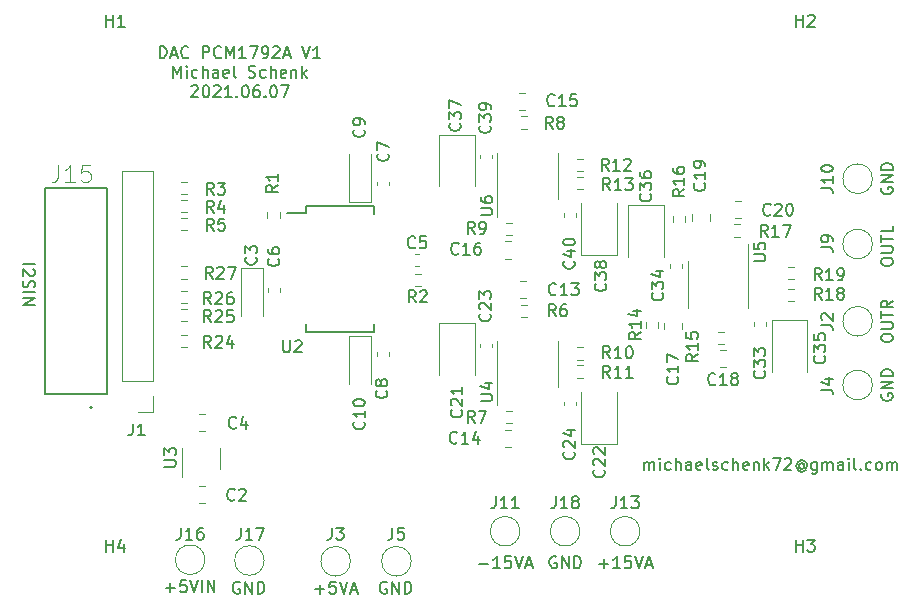
<source format=gbr>
G04 #@! TF.GenerationSoftware,KiCad,Pcbnew,(5.1.10-1-10_14)*
G04 #@! TF.CreationDate,2021-06-07T16:19:42+02:00*
G04 #@! TF.ProjectId,dac-pcm1792a,6461632d-7063-46d3-9137-3932612e6b69,rev?*
G04 #@! TF.SameCoordinates,Original*
G04 #@! TF.FileFunction,Legend,Top*
G04 #@! TF.FilePolarity,Positive*
%FSLAX46Y46*%
G04 Gerber Fmt 4.6, Leading zero omitted, Abs format (unit mm)*
G04 Created by KiCad (PCBNEW (5.1.10-1-10_14)) date 2021-06-07 16:19:42*
%MOMM*%
%LPD*%
G01*
G04 APERTURE LIST*
%ADD10C,0.150000*%
%ADD11C,0.120000*%
%ADD12C,0.200000*%
%ADD13C,0.127000*%
%ADD14C,0.015000*%
G04 APERTURE END LIST*
D10*
X182332380Y-86494761D02*
X182332380Y-86304285D01*
X182380000Y-86209047D01*
X182475238Y-86113809D01*
X182665714Y-86066190D01*
X182999047Y-86066190D01*
X183189523Y-86113809D01*
X183284761Y-86209047D01*
X183332380Y-86304285D01*
X183332380Y-86494761D01*
X183284761Y-86590000D01*
X183189523Y-86685238D01*
X182999047Y-86732857D01*
X182665714Y-86732857D01*
X182475238Y-86685238D01*
X182380000Y-86590000D01*
X182332380Y-86494761D01*
X182332380Y-85637619D02*
X183141904Y-85637619D01*
X183237142Y-85590000D01*
X183284761Y-85542380D01*
X183332380Y-85447142D01*
X183332380Y-85256666D01*
X183284761Y-85161428D01*
X183237142Y-85113809D01*
X183141904Y-85066190D01*
X182332380Y-85066190D01*
X182332380Y-84732857D02*
X182332380Y-84161428D01*
X183332380Y-84447142D02*
X182332380Y-84447142D01*
X183332380Y-83351904D02*
X183332380Y-83828095D01*
X182332380Y-83828095D01*
X182380000Y-97599404D02*
X182332380Y-97694642D01*
X182332380Y-97837500D01*
X182380000Y-97980357D01*
X182475238Y-98075595D01*
X182570476Y-98123214D01*
X182760952Y-98170833D01*
X182903809Y-98170833D01*
X183094285Y-98123214D01*
X183189523Y-98075595D01*
X183284761Y-97980357D01*
X183332380Y-97837500D01*
X183332380Y-97742261D01*
X183284761Y-97599404D01*
X183237142Y-97551785D01*
X182903809Y-97551785D01*
X182903809Y-97742261D01*
X183332380Y-97123214D02*
X182332380Y-97123214D01*
X183332380Y-96551785D01*
X182332380Y-96551785D01*
X183332380Y-96075595D02*
X182332380Y-96075595D01*
X182332380Y-95837500D01*
X182380000Y-95694642D01*
X182475238Y-95599404D01*
X182570476Y-95551785D01*
X182760952Y-95504166D01*
X182903809Y-95504166D01*
X183094285Y-95551785D01*
X183189523Y-95599404D01*
X183284761Y-95694642D01*
X183332380Y-95837500D01*
X183332380Y-96075595D01*
X182332380Y-92940000D02*
X182332380Y-92749523D01*
X182380000Y-92654285D01*
X182475238Y-92559047D01*
X182665714Y-92511428D01*
X182999047Y-92511428D01*
X183189523Y-92559047D01*
X183284761Y-92654285D01*
X183332380Y-92749523D01*
X183332380Y-92940000D01*
X183284761Y-93035238D01*
X183189523Y-93130476D01*
X182999047Y-93178095D01*
X182665714Y-93178095D01*
X182475238Y-93130476D01*
X182380000Y-93035238D01*
X182332380Y-92940000D01*
X182332380Y-92082857D02*
X183141904Y-92082857D01*
X183237142Y-92035238D01*
X183284761Y-91987619D01*
X183332380Y-91892380D01*
X183332380Y-91701904D01*
X183284761Y-91606666D01*
X183237142Y-91559047D01*
X183141904Y-91511428D01*
X182332380Y-91511428D01*
X182332380Y-91178095D02*
X182332380Y-90606666D01*
X183332380Y-90892380D02*
X182332380Y-90892380D01*
X183332380Y-89701904D02*
X182856190Y-90035238D01*
X183332380Y-90273333D02*
X182332380Y-90273333D01*
X182332380Y-89892380D01*
X182380000Y-89797142D01*
X182427619Y-89749523D01*
X182522857Y-89701904D01*
X182665714Y-89701904D01*
X182760952Y-89749523D01*
X182808571Y-89797142D01*
X182856190Y-89892380D01*
X182856190Y-90273333D01*
X182380000Y-80136904D02*
X182332380Y-80232142D01*
X182332380Y-80375000D01*
X182380000Y-80517857D01*
X182475238Y-80613095D01*
X182570476Y-80660714D01*
X182760952Y-80708333D01*
X182903809Y-80708333D01*
X183094285Y-80660714D01*
X183189523Y-80613095D01*
X183284761Y-80517857D01*
X183332380Y-80375000D01*
X183332380Y-80279761D01*
X183284761Y-80136904D01*
X183237142Y-80089285D01*
X182903809Y-80089285D01*
X182903809Y-80279761D01*
X183332380Y-79660714D02*
X182332380Y-79660714D01*
X183332380Y-79089285D01*
X182332380Y-79089285D01*
X183332380Y-78613095D02*
X182332380Y-78613095D01*
X182332380Y-78375000D01*
X182380000Y-78232142D01*
X182475238Y-78136904D01*
X182570476Y-78089285D01*
X182760952Y-78041666D01*
X182903809Y-78041666D01*
X183094285Y-78089285D01*
X183189523Y-78136904D01*
X183284761Y-78232142D01*
X183332380Y-78375000D01*
X183332380Y-78613095D01*
X158464523Y-111958428D02*
X159226428Y-111958428D01*
X158845476Y-112339380D02*
X158845476Y-111577476D01*
X160226428Y-112339380D02*
X159655000Y-112339380D01*
X159940714Y-112339380D02*
X159940714Y-111339380D01*
X159845476Y-111482238D01*
X159750238Y-111577476D01*
X159655000Y-111625095D01*
X161131190Y-111339380D02*
X160655000Y-111339380D01*
X160607380Y-111815571D01*
X160655000Y-111767952D01*
X160750238Y-111720333D01*
X160988333Y-111720333D01*
X161083571Y-111767952D01*
X161131190Y-111815571D01*
X161178809Y-111910809D01*
X161178809Y-112148904D01*
X161131190Y-112244142D01*
X161083571Y-112291761D01*
X160988333Y-112339380D01*
X160750238Y-112339380D01*
X160655000Y-112291761D01*
X160607380Y-112244142D01*
X161464523Y-111339380D02*
X161797857Y-112339380D01*
X162131190Y-111339380D01*
X162416904Y-112053666D02*
X162893095Y-112053666D01*
X162321666Y-112339380D02*
X162655000Y-111339380D01*
X162988333Y-112339380D01*
X148304523Y-111958428D02*
X149066428Y-111958428D01*
X150066428Y-112339380D02*
X149495000Y-112339380D01*
X149780714Y-112339380D02*
X149780714Y-111339380D01*
X149685476Y-111482238D01*
X149590238Y-111577476D01*
X149495000Y-111625095D01*
X150971190Y-111339380D02*
X150495000Y-111339380D01*
X150447380Y-111815571D01*
X150495000Y-111767952D01*
X150590238Y-111720333D01*
X150828333Y-111720333D01*
X150923571Y-111767952D01*
X150971190Y-111815571D01*
X151018809Y-111910809D01*
X151018809Y-112148904D01*
X150971190Y-112244142D01*
X150923571Y-112291761D01*
X150828333Y-112339380D01*
X150590238Y-112339380D01*
X150495000Y-112291761D01*
X150447380Y-112244142D01*
X151304523Y-111339380D02*
X151637857Y-112339380D01*
X151971190Y-111339380D01*
X152256904Y-112053666D02*
X152733095Y-112053666D01*
X152161666Y-112339380D02*
X152495000Y-111339380D01*
X152828333Y-112339380D01*
X154813095Y-111387000D02*
X154717857Y-111339380D01*
X154575000Y-111339380D01*
X154432142Y-111387000D01*
X154336904Y-111482238D01*
X154289285Y-111577476D01*
X154241666Y-111767952D01*
X154241666Y-111910809D01*
X154289285Y-112101285D01*
X154336904Y-112196523D01*
X154432142Y-112291761D01*
X154575000Y-112339380D01*
X154670238Y-112339380D01*
X154813095Y-112291761D01*
X154860714Y-112244142D01*
X154860714Y-111910809D01*
X154670238Y-111910809D01*
X155289285Y-112339380D02*
X155289285Y-111339380D01*
X155860714Y-112339380D01*
X155860714Y-111339380D01*
X156336904Y-112339380D02*
X156336904Y-111339380D01*
X156575000Y-111339380D01*
X156717857Y-111387000D01*
X156813095Y-111482238D01*
X156860714Y-111577476D01*
X156908333Y-111767952D01*
X156908333Y-111910809D01*
X156860714Y-112101285D01*
X156813095Y-112196523D01*
X156717857Y-112291761D01*
X156575000Y-112339380D01*
X156336904Y-112339380D01*
X134429714Y-114117428D02*
X135191619Y-114117428D01*
X134810666Y-114498380D02*
X134810666Y-113736476D01*
X136144000Y-113498380D02*
X135667809Y-113498380D01*
X135620190Y-113974571D01*
X135667809Y-113926952D01*
X135763047Y-113879333D01*
X136001142Y-113879333D01*
X136096380Y-113926952D01*
X136144000Y-113974571D01*
X136191619Y-114069809D01*
X136191619Y-114307904D01*
X136144000Y-114403142D01*
X136096380Y-114450761D01*
X136001142Y-114498380D01*
X135763047Y-114498380D01*
X135667809Y-114450761D01*
X135620190Y-114403142D01*
X136477333Y-113498380D02*
X136810666Y-114498380D01*
X137144000Y-113498380D01*
X137429714Y-114212666D02*
X137905904Y-114212666D01*
X137334476Y-114498380D02*
X137667809Y-113498380D01*
X138001142Y-114498380D01*
X140462095Y-113546000D02*
X140366857Y-113498380D01*
X140224000Y-113498380D01*
X140081142Y-113546000D01*
X139985904Y-113641238D01*
X139938285Y-113736476D01*
X139890666Y-113926952D01*
X139890666Y-114069809D01*
X139938285Y-114260285D01*
X139985904Y-114355523D01*
X140081142Y-114450761D01*
X140224000Y-114498380D01*
X140319238Y-114498380D01*
X140462095Y-114450761D01*
X140509714Y-114403142D01*
X140509714Y-114069809D01*
X140319238Y-114069809D01*
X140938285Y-114498380D02*
X140938285Y-113498380D01*
X141509714Y-114498380D01*
X141509714Y-113498380D01*
X141985904Y-114498380D02*
X141985904Y-113498380D01*
X142224000Y-113498380D01*
X142366857Y-113546000D01*
X142462095Y-113641238D01*
X142509714Y-113736476D01*
X142557333Y-113926952D01*
X142557333Y-114069809D01*
X142509714Y-114260285D01*
X142462095Y-114355523D01*
X142366857Y-114450761D01*
X142224000Y-114498380D01*
X141985904Y-114498380D01*
X109656619Y-86614214D02*
X110656619Y-86614214D01*
X110561380Y-87042785D02*
X110609000Y-87090404D01*
X110656619Y-87185642D01*
X110656619Y-87423738D01*
X110609000Y-87518976D01*
X110561380Y-87566595D01*
X110466142Y-87614214D01*
X110370904Y-87614214D01*
X110228047Y-87566595D01*
X109656619Y-86995166D01*
X109656619Y-87614214D01*
X109704238Y-87995166D02*
X109656619Y-88138023D01*
X109656619Y-88376119D01*
X109704238Y-88471357D01*
X109751857Y-88518976D01*
X109847095Y-88566595D01*
X109942333Y-88566595D01*
X110037571Y-88518976D01*
X110085190Y-88471357D01*
X110132809Y-88376119D01*
X110180428Y-88185642D01*
X110228047Y-88090404D01*
X110275666Y-88042785D01*
X110370904Y-87995166D01*
X110466142Y-87995166D01*
X110561380Y-88042785D01*
X110609000Y-88090404D01*
X110656619Y-88185642D01*
X110656619Y-88423738D01*
X110609000Y-88566595D01*
X109656619Y-88995166D02*
X110656619Y-88995166D01*
X109656619Y-89471357D02*
X110656619Y-89471357D01*
X109656619Y-90042785D01*
X110656619Y-90042785D01*
X121777380Y-113990428D02*
X122539285Y-113990428D01*
X122158333Y-114371380D02*
X122158333Y-113609476D01*
X123491666Y-113371380D02*
X123015476Y-113371380D01*
X122967857Y-113847571D01*
X123015476Y-113799952D01*
X123110714Y-113752333D01*
X123348809Y-113752333D01*
X123444047Y-113799952D01*
X123491666Y-113847571D01*
X123539285Y-113942809D01*
X123539285Y-114180904D01*
X123491666Y-114276142D01*
X123444047Y-114323761D01*
X123348809Y-114371380D01*
X123110714Y-114371380D01*
X123015476Y-114323761D01*
X122967857Y-114276142D01*
X123825000Y-113371380D02*
X124158333Y-114371380D01*
X124491666Y-113371380D01*
X124825000Y-114371380D02*
X124825000Y-113371380D01*
X125301190Y-114371380D02*
X125301190Y-113371380D01*
X125872619Y-114371380D01*
X125872619Y-113371380D01*
X128016095Y-113546000D02*
X127920857Y-113498380D01*
X127778000Y-113498380D01*
X127635142Y-113546000D01*
X127539904Y-113641238D01*
X127492285Y-113736476D01*
X127444666Y-113926952D01*
X127444666Y-114069809D01*
X127492285Y-114260285D01*
X127539904Y-114355523D01*
X127635142Y-114450761D01*
X127778000Y-114498380D01*
X127873238Y-114498380D01*
X128016095Y-114450761D01*
X128063714Y-114403142D01*
X128063714Y-114069809D01*
X127873238Y-114069809D01*
X128492285Y-114498380D02*
X128492285Y-113498380D01*
X129063714Y-114498380D01*
X129063714Y-113498380D01*
X129539904Y-114498380D02*
X129539904Y-113498380D01*
X129778000Y-113498380D01*
X129920857Y-113546000D01*
X130016095Y-113641238D01*
X130063714Y-113736476D01*
X130111333Y-113926952D01*
X130111333Y-114069809D01*
X130063714Y-114260285D01*
X130016095Y-114355523D01*
X129920857Y-114450761D01*
X129778000Y-114498380D01*
X129539904Y-114498380D01*
X162259714Y-104020880D02*
X162259714Y-103354214D01*
X162259714Y-103449452D02*
X162307333Y-103401833D01*
X162402571Y-103354214D01*
X162545428Y-103354214D01*
X162640666Y-103401833D01*
X162688285Y-103497071D01*
X162688285Y-104020880D01*
X162688285Y-103497071D02*
X162735904Y-103401833D01*
X162831142Y-103354214D01*
X162974000Y-103354214D01*
X163069238Y-103401833D01*
X163116857Y-103497071D01*
X163116857Y-104020880D01*
X163593047Y-104020880D02*
X163593047Y-103354214D01*
X163593047Y-103020880D02*
X163545428Y-103068500D01*
X163593047Y-103116119D01*
X163640666Y-103068500D01*
X163593047Y-103020880D01*
X163593047Y-103116119D01*
X164497809Y-103973261D02*
X164402571Y-104020880D01*
X164212095Y-104020880D01*
X164116857Y-103973261D01*
X164069238Y-103925642D01*
X164021619Y-103830404D01*
X164021619Y-103544690D01*
X164069238Y-103449452D01*
X164116857Y-103401833D01*
X164212095Y-103354214D01*
X164402571Y-103354214D01*
X164497809Y-103401833D01*
X164926380Y-104020880D02*
X164926380Y-103020880D01*
X165354952Y-104020880D02*
X165354952Y-103497071D01*
X165307333Y-103401833D01*
X165212095Y-103354214D01*
X165069238Y-103354214D01*
X164974000Y-103401833D01*
X164926380Y-103449452D01*
X166259714Y-104020880D02*
X166259714Y-103497071D01*
X166212095Y-103401833D01*
X166116857Y-103354214D01*
X165926380Y-103354214D01*
X165831142Y-103401833D01*
X166259714Y-103973261D02*
X166164476Y-104020880D01*
X165926380Y-104020880D01*
X165831142Y-103973261D01*
X165783523Y-103878023D01*
X165783523Y-103782785D01*
X165831142Y-103687547D01*
X165926380Y-103639928D01*
X166164476Y-103639928D01*
X166259714Y-103592309D01*
X167116857Y-103973261D02*
X167021619Y-104020880D01*
X166831142Y-104020880D01*
X166735904Y-103973261D01*
X166688285Y-103878023D01*
X166688285Y-103497071D01*
X166735904Y-103401833D01*
X166831142Y-103354214D01*
X167021619Y-103354214D01*
X167116857Y-103401833D01*
X167164476Y-103497071D01*
X167164476Y-103592309D01*
X166688285Y-103687547D01*
X167735904Y-104020880D02*
X167640666Y-103973261D01*
X167593047Y-103878023D01*
X167593047Y-103020880D01*
X168069238Y-103973261D02*
X168164476Y-104020880D01*
X168354952Y-104020880D01*
X168450190Y-103973261D01*
X168497809Y-103878023D01*
X168497809Y-103830404D01*
X168450190Y-103735166D01*
X168354952Y-103687547D01*
X168212095Y-103687547D01*
X168116857Y-103639928D01*
X168069238Y-103544690D01*
X168069238Y-103497071D01*
X168116857Y-103401833D01*
X168212095Y-103354214D01*
X168354952Y-103354214D01*
X168450190Y-103401833D01*
X169354952Y-103973261D02*
X169259714Y-104020880D01*
X169069238Y-104020880D01*
X168974000Y-103973261D01*
X168926380Y-103925642D01*
X168878761Y-103830404D01*
X168878761Y-103544690D01*
X168926380Y-103449452D01*
X168974000Y-103401833D01*
X169069238Y-103354214D01*
X169259714Y-103354214D01*
X169354952Y-103401833D01*
X169783523Y-104020880D02*
X169783523Y-103020880D01*
X170212095Y-104020880D02*
X170212095Y-103497071D01*
X170164476Y-103401833D01*
X170069238Y-103354214D01*
X169926380Y-103354214D01*
X169831142Y-103401833D01*
X169783523Y-103449452D01*
X171069238Y-103973261D02*
X170974000Y-104020880D01*
X170783523Y-104020880D01*
X170688285Y-103973261D01*
X170640666Y-103878023D01*
X170640666Y-103497071D01*
X170688285Y-103401833D01*
X170783523Y-103354214D01*
X170974000Y-103354214D01*
X171069238Y-103401833D01*
X171116857Y-103497071D01*
X171116857Y-103592309D01*
X170640666Y-103687547D01*
X171545428Y-103354214D02*
X171545428Y-104020880D01*
X171545428Y-103449452D02*
X171593047Y-103401833D01*
X171688285Y-103354214D01*
X171831142Y-103354214D01*
X171926380Y-103401833D01*
X171974000Y-103497071D01*
X171974000Y-104020880D01*
X172450190Y-104020880D02*
X172450190Y-103020880D01*
X172545428Y-103639928D02*
X172831142Y-104020880D01*
X172831142Y-103354214D02*
X172450190Y-103735166D01*
X173164476Y-103020880D02*
X173831142Y-103020880D01*
X173402571Y-104020880D01*
X174164476Y-103116119D02*
X174212095Y-103068500D01*
X174307333Y-103020880D01*
X174545428Y-103020880D01*
X174640666Y-103068500D01*
X174688285Y-103116119D01*
X174735904Y-103211357D01*
X174735904Y-103306595D01*
X174688285Y-103449452D01*
X174116857Y-104020880D01*
X174735904Y-104020880D01*
X175783523Y-103544690D02*
X175735904Y-103497071D01*
X175640666Y-103449452D01*
X175545428Y-103449452D01*
X175450190Y-103497071D01*
X175402571Y-103544690D01*
X175354952Y-103639928D01*
X175354952Y-103735166D01*
X175402571Y-103830404D01*
X175450190Y-103878023D01*
X175545428Y-103925642D01*
X175640666Y-103925642D01*
X175735904Y-103878023D01*
X175783523Y-103830404D01*
X175783523Y-103449452D02*
X175783523Y-103830404D01*
X175831142Y-103878023D01*
X175878761Y-103878023D01*
X175974000Y-103830404D01*
X176021619Y-103735166D01*
X176021619Y-103497071D01*
X175926380Y-103354214D01*
X175783523Y-103258976D01*
X175593047Y-103211357D01*
X175402571Y-103258976D01*
X175259714Y-103354214D01*
X175164476Y-103497071D01*
X175116857Y-103687547D01*
X175164476Y-103878023D01*
X175259714Y-104020880D01*
X175402571Y-104116119D01*
X175593047Y-104163738D01*
X175783523Y-104116119D01*
X175926380Y-104020880D01*
X176878761Y-103354214D02*
X176878761Y-104163738D01*
X176831142Y-104258976D01*
X176783523Y-104306595D01*
X176688285Y-104354214D01*
X176545428Y-104354214D01*
X176450190Y-104306595D01*
X176878761Y-103973261D02*
X176783523Y-104020880D01*
X176593047Y-104020880D01*
X176497809Y-103973261D01*
X176450190Y-103925642D01*
X176402571Y-103830404D01*
X176402571Y-103544690D01*
X176450190Y-103449452D01*
X176497809Y-103401833D01*
X176593047Y-103354214D01*
X176783523Y-103354214D01*
X176878761Y-103401833D01*
X177354952Y-104020880D02*
X177354952Y-103354214D01*
X177354952Y-103449452D02*
X177402571Y-103401833D01*
X177497809Y-103354214D01*
X177640666Y-103354214D01*
X177735904Y-103401833D01*
X177783523Y-103497071D01*
X177783523Y-104020880D01*
X177783523Y-103497071D02*
X177831142Y-103401833D01*
X177926380Y-103354214D01*
X178069238Y-103354214D01*
X178164476Y-103401833D01*
X178212095Y-103497071D01*
X178212095Y-104020880D01*
X179116857Y-104020880D02*
X179116857Y-103497071D01*
X179069238Y-103401833D01*
X178974000Y-103354214D01*
X178783523Y-103354214D01*
X178688285Y-103401833D01*
X179116857Y-103973261D02*
X179021619Y-104020880D01*
X178783523Y-104020880D01*
X178688285Y-103973261D01*
X178640666Y-103878023D01*
X178640666Y-103782785D01*
X178688285Y-103687547D01*
X178783523Y-103639928D01*
X179021619Y-103639928D01*
X179116857Y-103592309D01*
X179593047Y-104020880D02*
X179593047Y-103354214D01*
X179593047Y-103020880D02*
X179545428Y-103068500D01*
X179593047Y-103116119D01*
X179640666Y-103068500D01*
X179593047Y-103020880D01*
X179593047Y-103116119D01*
X180212095Y-104020880D02*
X180116857Y-103973261D01*
X180069238Y-103878023D01*
X180069238Y-103020880D01*
X180593047Y-103925642D02*
X180640666Y-103973261D01*
X180593047Y-104020880D01*
X180545428Y-103973261D01*
X180593047Y-103925642D01*
X180593047Y-104020880D01*
X181497809Y-103973261D02*
X181402571Y-104020880D01*
X181212095Y-104020880D01*
X181116857Y-103973261D01*
X181069238Y-103925642D01*
X181021619Y-103830404D01*
X181021619Y-103544690D01*
X181069238Y-103449452D01*
X181116857Y-103401833D01*
X181212095Y-103354214D01*
X181402571Y-103354214D01*
X181497809Y-103401833D01*
X182069238Y-104020880D02*
X181974000Y-103973261D01*
X181926380Y-103925642D01*
X181878761Y-103830404D01*
X181878761Y-103544690D01*
X181926380Y-103449452D01*
X181974000Y-103401833D01*
X182069238Y-103354214D01*
X182212095Y-103354214D01*
X182307333Y-103401833D01*
X182354952Y-103449452D01*
X182402571Y-103544690D01*
X182402571Y-103830404D01*
X182354952Y-103925642D01*
X182307333Y-103973261D01*
X182212095Y-104020880D01*
X182069238Y-104020880D01*
X182831142Y-104020880D02*
X182831142Y-103354214D01*
X182831142Y-103449452D02*
X182878761Y-103401833D01*
X182974000Y-103354214D01*
X183116857Y-103354214D01*
X183212095Y-103401833D01*
X183259714Y-103497071D01*
X183259714Y-104020880D01*
X183259714Y-103497071D02*
X183307333Y-103401833D01*
X183402571Y-103354214D01*
X183545428Y-103354214D01*
X183640666Y-103401833D01*
X183688285Y-103497071D01*
X183688285Y-104020880D01*
X121254095Y-69160380D02*
X121254095Y-68160380D01*
X121492190Y-68160380D01*
X121635047Y-68208000D01*
X121730285Y-68303238D01*
X121777904Y-68398476D01*
X121825523Y-68588952D01*
X121825523Y-68731809D01*
X121777904Y-68922285D01*
X121730285Y-69017523D01*
X121635047Y-69112761D01*
X121492190Y-69160380D01*
X121254095Y-69160380D01*
X122206476Y-68874666D02*
X122682666Y-68874666D01*
X122111238Y-69160380D02*
X122444571Y-68160380D01*
X122777904Y-69160380D01*
X123682666Y-69065142D02*
X123635047Y-69112761D01*
X123492190Y-69160380D01*
X123396952Y-69160380D01*
X123254095Y-69112761D01*
X123158857Y-69017523D01*
X123111238Y-68922285D01*
X123063619Y-68731809D01*
X123063619Y-68588952D01*
X123111238Y-68398476D01*
X123158857Y-68303238D01*
X123254095Y-68208000D01*
X123396952Y-68160380D01*
X123492190Y-68160380D01*
X123635047Y-68208000D01*
X123682666Y-68255619D01*
X124873142Y-69160380D02*
X124873142Y-68160380D01*
X125254095Y-68160380D01*
X125349333Y-68208000D01*
X125396952Y-68255619D01*
X125444571Y-68350857D01*
X125444571Y-68493714D01*
X125396952Y-68588952D01*
X125349333Y-68636571D01*
X125254095Y-68684190D01*
X124873142Y-68684190D01*
X126444571Y-69065142D02*
X126396952Y-69112761D01*
X126254095Y-69160380D01*
X126158857Y-69160380D01*
X126016000Y-69112761D01*
X125920761Y-69017523D01*
X125873142Y-68922285D01*
X125825523Y-68731809D01*
X125825523Y-68588952D01*
X125873142Y-68398476D01*
X125920761Y-68303238D01*
X126016000Y-68208000D01*
X126158857Y-68160380D01*
X126254095Y-68160380D01*
X126396952Y-68208000D01*
X126444571Y-68255619D01*
X126873142Y-69160380D02*
X126873142Y-68160380D01*
X127206476Y-68874666D01*
X127539809Y-68160380D01*
X127539809Y-69160380D01*
X128539809Y-69160380D02*
X127968380Y-69160380D01*
X128254095Y-69160380D02*
X128254095Y-68160380D01*
X128158857Y-68303238D01*
X128063619Y-68398476D01*
X127968380Y-68446095D01*
X128873142Y-68160380D02*
X129539809Y-68160380D01*
X129111238Y-69160380D01*
X129968380Y-69160380D02*
X130158857Y-69160380D01*
X130254095Y-69112761D01*
X130301714Y-69065142D01*
X130396952Y-68922285D01*
X130444571Y-68731809D01*
X130444571Y-68350857D01*
X130396952Y-68255619D01*
X130349333Y-68208000D01*
X130254095Y-68160380D01*
X130063619Y-68160380D01*
X129968380Y-68208000D01*
X129920761Y-68255619D01*
X129873142Y-68350857D01*
X129873142Y-68588952D01*
X129920761Y-68684190D01*
X129968380Y-68731809D01*
X130063619Y-68779428D01*
X130254095Y-68779428D01*
X130349333Y-68731809D01*
X130396952Y-68684190D01*
X130444571Y-68588952D01*
X130825523Y-68255619D02*
X130873142Y-68208000D01*
X130968380Y-68160380D01*
X131206476Y-68160380D01*
X131301714Y-68208000D01*
X131349333Y-68255619D01*
X131396952Y-68350857D01*
X131396952Y-68446095D01*
X131349333Y-68588952D01*
X130777904Y-69160380D01*
X131396952Y-69160380D01*
X131777904Y-68874666D02*
X132254095Y-68874666D01*
X131682666Y-69160380D02*
X132016000Y-68160380D01*
X132349333Y-69160380D01*
X133301714Y-68160380D02*
X133635047Y-69160380D01*
X133968380Y-68160380D01*
X134825523Y-69160380D02*
X134254095Y-69160380D01*
X134539809Y-69160380D02*
X134539809Y-68160380D01*
X134444571Y-68303238D01*
X134349333Y-68398476D01*
X134254095Y-68446095D01*
X122396952Y-70810380D02*
X122396952Y-69810380D01*
X122730285Y-70524666D01*
X123063619Y-69810380D01*
X123063619Y-70810380D01*
X123539809Y-70810380D02*
X123539809Y-70143714D01*
X123539809Y-69810380D02*
X123492190Y-69858000D01*
X123539809Y-69905619D01*
X123587428Y-69858000D01*
X123539809Y-69810380D01*
X123539809Y-69905619D01*
X124444571Y-70762761D02*
X124349333Y-70810380D01*
X124158857Y-70810380D01*
X124063619Y-70762761D01*
X124016000Y-70715142D01*
X123968380Y-70619904D01*
X123968380Y-70334190D01*
X124016000Y-70238952D01*
X124063619Y-70191333D01*
X124158857Y-70143714D01*
X124349333Y-70143714D01*
X124444571Y-70191333D01*
X124873142Y-70810380D02*
X124873142Y-69810380D01*
X125301714Y-70810380D02*
X125301714Y-70286571D01*
X125254095Y-70191333D01*
X125158857Y-70143714D01*
X125016000Y-70143714D01*
X124920761Y-70191333D01*
X124873142Y-70238952D01*
X126206476Y-70810380D02*
X126206476Y-70286571D01*
X126158857Y-70191333D01*
X126063619Y-70143714D01*
X125873142Y-70143714D01*
X125777904Y-70191333D01*
X126206476Y-70762761D02*
X126111238Y-70810380D01*
X125873142Y-70810380D01*
X125777904Y-70762761D01*
X125730285Y-70667523D01*
X125730285Y-70572285D01*
X125777904Y-70477047D01*
X125873142Y-70429428D01*
X126111238Y-70429428D01*
X126206476Y-70381809D01*
X127063619Y-70762761D02*
X126968380Y-70810380D01*
X126777904Y-70810380D01*
X126682666Y-70762761D01*
X126635047Y-70667523D01*
X126635047Y-70286571D01*
X126682666Y-70191333D01*
X126777904Y-70143714D01*
X126968380Y-70143714D01*
X127063619Y-70191333D01*
X127111238Y-70286571D01*
X127111238Y-70381809D01*
X126635047Y-70477047D01*
X127682666Y-70810380D02*
X127587428Y-70762761D01*
X127539809Y-70667523D01*
X127539809Y-69810380D01*
X128777904Y-70762761D02*
X128920761Y-70810380D01*
X129158857Y-70810380D01*
X129254095Y-70762761D01*
X129301714Y-70715142D01*
X129349333Y-70619904D01*
X129349333Y-70524666D01*
X129301714Y-70429428D01*
X129254095Y-70381809D01*
X129158857Y-70334190D01*
X128968380Y-70286571D01*
X128873142Y-70238952D01*
X128825523Y-70191333D01*
X128777904Y-70096095D01*
X128777904Y-70000857D01*
X128825523Y-69905619D01*
X128873142Y-69858000D01*
X128968380Y-69810380D01*
X129206476Y-69810380D01*
X129349333Y-69858000D01*
X130206476Y-70762761D02*
X130111238Y-70810380D01*
X129920761Y-70810380D01*
X129825523Y-70762761D01*
X129777904Y-70715142D01*
X129730285Y-70619904D01*
X129730285Y-70334190D01*
X129777904Y-70238952D01*
X129825523Y-70191333D01*
X129920761Y-70143714D01*
X130111238Y-70143714D01*
X130206476Y-70191333D01*
X130635047Y-70810380D02*
X130635047Y-69810380D01*
X131063619Y-70810380D02*
X131063619Y-70286571D01*
X131016000Y-70191333D01*
X130920761Y-70143714D01*
X130777904Y-70143714D01*
X130682666Y-70191333D01*
X130635047Y-70238952D01*
X131920761Y-70762761D02*
X131825523Y-70810380D01*
X131635047Y-70810380D01*
X131539809Y-70762761D01*
X131492190Y-70667523D01*
X131492190Y-70286571D01*
X131539809Y-70191333D01*
X131635047Y-70143714D01*
X131825523Y-70143714D01*
X131920761Y-70191333D01*
X131968380Y-70286571D01*
X131968380Y-70381809D01*
X131492190Y-70477047D01*
X132396952Y-70143714D02*
X132396952Y-70810380D01*
X132396952Y-70238952D02*
X132444571Y-70191333D01*
X132539809Y-70143714D01*
X132682666Y-70143714D01*
X132777904Y-70191333D01*
X132825523Y-70286571D01*
X132825523Y-70810380D01*
X133301714Y-70810380D02*
X133301714Y-69810380D01*
X133396952Y-70429428D02*
X133682666Y-70810380D01*
X133682666Y-70143714D02*
X133301714Y-70524666D01*
X123920761Y-71555619D02*
X123968380Y-71508000D01*
X124063619Y-71460380D01*
X124301714Y-71460380D01*
X124396952Y-71508000D01*
X124444571Y-71555619D01*
X124492190Y-71650857D01*
X124492190Y-71746095D01*
X124444571Y-71888952D01*
X123873142Y-72460380D01*
X124492190Y-72460380D01*
X125111238Y-71460380D02*
X125206476Y-71460380D01*
X125301714Y-71508000D01*
X125349333Y-71555619D01*
X125396952Y-71650857D01*
X125444571Y-71841333D01*
X125444571Y-72079428D01*
X125396952Y-72269904D01*
X125349333Y-72365142D01*
X125301714Y-72412761D01*
X125206476Y-72460380D01*
X125111238Y-72460380D01*
X125016000Y-72412761D01*
X124968380Y-72365142D01*
X124920761Y-72269904D01*
X124873142Y-72079428D01*
X124873142Y-71841333D01*
X124920761Y-71650857D01*
X124968380Y-71555619D01*
X125016000Y-71508000D01*
X125111238Y-71460380D01*
X125825523Y-71555619D02*
X125873142Y-71508000D01*
X125968380Y-71460380D01*
X126206476Y-71460380D01*
X126301714Y-71508000D01*
X126349333Y-71555619D01*
X126396952Y-71650857D01*
X126396952Y-71746095D01*
X126349333Y-71888952D01*
X125777904Y-72460380D01*
X126396952Y-72460380D01*
X127349333Y-72460380D02*
X126777904Y-72460380D01*
X127063619Y-72460380D02*
X127063619Y-71460380D01*
X126968380Y-71603238D01*
X126873142Y-71698476D01*
X126777904Y-71746095D01*
X127777904Y-72365142D02*
X127825523Y-72412761D01*
X127777904Y-72460380D01*
X127730285Y-72412761D01*
X127777904Y-72365142D01*
X127777904Y-72460380D01*
X128444571Y-71460380D02*
X128539809Y-71460380D01*
X128635047Y-71508000D01*
X128682666Y-71555619D01*
X128730285Y-71650857D01*
X128777904Y-71841333D01*
X128777904Y-72079428D01*
X128730285Y-72269904D01*
X128682666Y-72365142D01*
X128635047Y-72412761D01*
X128539809Y-72460380D01*
X128444571Y-72460380D01*
X128349333Y-72412761D01*
X128301714Y-72365142D01*
X128254095Y-72269904D01*
X128206476Y-72079428D01*
X128206476Y-71841333D01*
X128254095Y-71650857D01*
X128301714Y-71555619D01*
X128349333Y-71508000D01*
X128444571Y-71460380D01*
X129635047Y-71460380D02*
X129444571Y-71460380D01*
X129349333Y-71508000D01*
X129301714Y-71555619D01*
X129206476Y-71698476D01*
X129158857Y-71888952D01*
X129158857Y-72269904D01*
X129206476Y-72365142D01*
X129254095Y-72412761D01*
X129349333Y-72460380D01*
X129539809Y-72460380D01*
X129635047Y-72412761D01*
X129682666Y-72365142D01*
X129730285Y-72269904D01*
X129730285Y-72031809D01*
X129682666Y-71936571D01*
X129635047Y-71888952D01*
X129539809Y-71841333D01*
X129349333Y-71841333D01*
X129254095Y-71888952D01*
X129206476Y-71936571D01*
X129158857Y-72031809D01*
X130158857Y-72365142D02*
X130206476Y-72412761D01*
X130158857Y-72460380D01*
X130111238Y-72412761D01*
X130158857Y-72365142D01*
X130158857Y-72460380D01*
X130825523Y-71460380D02*
X130920761Y-71460380D01*
X131016000Y-71508000D01*
X131063619Y-71555619D01*
X131111238Y-71650857D01*
X131158857Y-71841333D01*
X131158857Y-72079428D01*
X131111238Y-72269904D01*
X131063619Y-72365142D01*
X131016000Y-72412761D01*
X130920761Y-72460380D01*
X130825523Y-72460380D01*
X130730285Y-72412761D01*
X130682666Y-72365142D01*
X130635047Y-72269904D01*
X130587428Y-72079428D01*
X130587428Y-71841333D01*
X130635047Y-71650857D01*
X130682666Y-71555619D01*
X130730285Y-71508000D01*
X130825523Y-71460380D01*
X131492190Y-71460380D02*
X132158857Y-71460380D01*
X131730285Y-72460380D01*
D11*
X174966724Y-87898500D02*
X174457276Y-87898500D01*
X174966724Y-86853500D02*
X174457276Y-86853500D01*
X174966724Y-89740000D02*
X174457276Y-89740000D01*
X174966724Y-88695000D02*
X174457276Y-88695000D01*
X169838276Y-83234000D02*
X170347724Y-83234000D01*
X169838276Y-84279000D02*
X170347724Y-84279000D01*
X165749500Y-82525776D02*
X165749500Y-83035224D01*
X164704500Y-82525776D02*
X164704500Y-83035224D01*
X168528276Y-92314500D02*
X169037724Y-92314500D01*
X168528276Y-93359500D02*
X169037724Y-93359500D01*
X162418500Y-91972224D02*
X162418500Y-91462776D01*
X163463500Y-91972224D02*
X163463500Y-91462776D01*
X157123224Y-80278500D02*
X156613776Y-80278500D01*
X157123224Y-79233500D02*
X156613776Y-79233500D01*
X157123224Y-78754500D02*
X156613776Y-78754500D01*
X157123224Y-77709500D02*
X156613776Y-77709500D01*
X157123224Y-96217000D02*
X156613776Y-96217000D01*
X157123224Y-95172000D02*
X156613776Y-95172000D01*
X157123224Y-94693000D02*
X156613776Y-94693000D01*
X157123224Y-93648000D02*
X156613776Y-93648000D01*
X150581276Y-83107000D02*
X151090724Y-83107000D01*
X150581276Y-84152000D02*
X151090724Y-84152000D01*
X151827776Y-74090000D02*
X152337224Y-74090000D01*
X151827776Y-75135000D02*
X152337224Y-75135000D01*
X150597776Y-99045500D02*
X151107224Y-99045500D01*
X150597776Y-100090500D02*
X151107224Y-100090500D01*
X151867776Y-90028500D02*
X152377224Y-90028500D01*
X151867776Y-91073500D02*
X152377224Y-91073500D01*
X169940248Y-81243500D02*
X170462752Y-81243500D01*
X169940248Y-82713500D02*
X170462752Y-82713500D01*
X167803500Y-82394248D02*
X167803500Y-82916752D01*
X166333500Y-82394248D02*
X166333500Y-82916752D01*
X168670248Y-93880000D02*
X169192752Y-93880000D01*
X168670248Y-95350000D02*
X169192752Y-95350000D01*
X163984000Y-92103752D02*
X163984000Y-91581248D01*
X165454000Y-92103752D02*
X165454000Y-91581248D01*
X142538500Y-111760000D02*
G75*
G03*
X142538500Y-111760000I-1251000J0D01*
G01*
X165969000Y-88328500D02*
X165969000Y-90278500D01*
X165969000Y-88328500D02*
X165969000Y-86378500D01*
X171089000Y-88328500D02*
X171089000Y-90278500D01*
X171089000Y-88328500D02*
X171089000Y-84878500D01*
X154960000Y-95059500D02*
X154960000Y-93109500D01*
X154960000Y-95059500D02*
X154960000Y-97009500D01*
X149840000Y-95059500D02*
X149840000Y-93109500D01*
X149840000Y-95059500D02*
X149840000Y-98509500D01*
D10*
X133650000Y-81670000D02*
X133650000Y-82245000D01*
X139400000Y-81670000D02*
X139400000Y-82320000D01*
X139400000Y-92320000D02*
X139400000Y-91670000D01*
X133650000Y-92320000D02*
X133650000Y-91670000D01*
X133650000Y-81670000D02*
X139400000Y-81670000D01*
X133650000Y-92320000D02*
X139400000Y-92320000D01*
X133650000Y-82245000D02*
X132050000Y-82245000D01*
D11*
X123595224Y-83707500D02*
X123085776Y-83707500D01*
X123595224Y-82662500D02*
X123085776Y-82662500D01*
X123595224Y-82183500D02*
X123085776Y-82183500D01*
X123595224Y-81138500D02*
X123085776Y-81138500D01*
X123595224Y-80659500D02*
X123085776Y-80659500D01*
X123595224Y-79614500D02*
X123085776Y-79614500D01*
X143343724Y-88470000D02*
X142834276Y-88470000D01*
X143343724Y-87425000D02*
X142834276Y-87425000D01*
X131396000Y-82191776D02*
X131396000Y-82701224D01*
X130351000Y-82191776D02*
X130351000Y-82701224D01*
X181591000Y-96837500D02*
G75*
G03*
X181591000Y-96837500I-1251000J0D01*
G01*
X181591000Y-91440000D02*
G75*
G03*
X181591000Y-91440000I-1251000J0D01*
G01*
X120710000Y-78680000D02*
X118050000Y-78680000D01*
X120710000Y-96520000D02*
X120710000Y-78680000D01*
X118050000Y-96520000D02*
X118050000Y-78680000D01*
X120710000Y-96520000D02*
X118050000Y-96520000D01*
X120710000Y-97790000D02*
X120710000Y-99120000D01*
X120710000Y-99120000D02*
X119380000Y-99120000D01*
X155446000Y-98544767D02*
X155446000Y-98252233D01*
X156466000Y-98544767D02*
X156466000Y-98252233D01*
X149417500Y-93325733D02*
X149417500Y-93618267D01*
X148397500Y-93325733D02*
X148397500Y-93618267D01*
X156922500Y-97411000D02*
X156922500Y-101796000D01*
X156922500Y-101796000D02*
X159942500Y-101796000D01*
X159942500Y-101796000D02*
X159942500Y-97411000D01*
X147941000Y-95958000D02*
X147941000Y-91573000D01*
X147941000Y-91573000D02*
X144921000Y-91573000D01*
X144921000Y-91573000D02*
X144921000Y-95958000D01*
X150466248Y-84672500D02*
X150988752Y-84672500D01*
X150466248Y-86142500D02*
X150988752Y-86142500D01*
X151672748Y-72099500D02*
X152195252Y-72099500D01*
X151672748Y-73569500D02*
X152195252Y-73569500D01*
X150466248Y-100611000D02*
X150988752Y-100611000D01*
X150466248Y-102081000D02*
X150988752Y-102081000D01*
X151736248Y-88038000D02*
X152258752Y-88038000D01*
X151736248Y-89508000D02*
X152258752Y-89508000D01*
X139174500Y-96763500D02*
X139174500Y-92678500D01*
X139174500Y-92678500D02*
X137304500Y-92678500D01*
X137304500Y-92678500D02*
X137304500Y-96763500D01*
X137304500Y-77290000D02*
X137304500Y-81375000D01*
X137304500Y-81375000D02*
X139174500Y-81375000D01*
X139174500Y-81375000D02*
X139174500Y-77290000D01*
X140654500Y-94061233D02*
X140654500Y-94353767D01*
X139634500Y-94061233D02*
X139634500Y-94353767D01*
X139634500Y-79928767D02*
X139634500Y-79636233D01*
X140654500Y-79928767D02*
X140654500Y-79636233D01*
X131447000Y-88663733D02*
X131447000Y-88956267D01*
X130427000Y-88663733D02*
X130427000Y-88956267D01*
X142892733Y-85723000D02*
X143185267Y-85723000D01*
X142892733Y-86743000D02*
X143185267Y-86743000D01*
X129967000Y-90985000D02*
X129967000Y-86900000D01*
X129967000Y-86900000D02*
X128097000Y-86900000D01*
X128097000Y-86900000D02*
X128097000Y-90985000D01*
D12*
X115521000Y-98745000D02*
G75*
G03*
X115521000Y-98745000I-100000J0D01*
G01*
D13*
X111551000Y-97600000D02*
X111551000Y-80200000D01*
X111551000Y-80200000D02*
X116751000Y-80200000D01*
X116751000Y-80200000D02*
X116751000Y-97600000D01*
X116751000Y-97600000D02*
X111551000Y-97600000D01*
D11*
X149840000Y-79122500D02*
X149840000Y-82572500D01*
X149840000Y-79122500D02*
X149840000Y-77172500D01*
X154960000Y-79122500D02*
X154960000Y-81072500D01*
X154960000Y-79122500D02*
X154960000Y-77172500D01*
X156466000Y-82595767D02*
X156466000Y-82303233D01*
X155446000Y-82595767D02*
X155446000Y-82303233D01*
X148397500Y-77360733D02*
X148397500Y-77653267D01*
X149417500Y-77360733D02*
X149417500Y-77653267D01*
X159942500Y-85846000D02*
X159942500Y-81461000D01*
X156922500Y-85846000D02*
X159942500Y-85846000D01*
X156922500Y-81461000D02*
X156922500Y-85846000D01*
X144921000Y-75634500D02*
X144921000Y-80019500D01*
X147941000Y-75634500D02*
X144921000Y-75634500D01*
X147941000Y-80019500D02*
X147941000Y-75634500D01*
X165483000Y-86924267D02*
X165483000Y-86631733D01*
X164463000Y-86924267D02*
X164463000Y-86631733D01*
X171575000Y-91521233D02*
X171575000Y-91813767D01*
X172595000Y-91521233D02*
X172595000Y-91813767D01*
X163943000Y-85977000D02*
X163943000Y-81592000D01*
X163943000Y-81592000D02*
X160923000Y-81592000D01*
X160923000Y-81592000D02*
X160923000Y-85977000D01*
X176071500Y-95704000D02*
X176071500Y-91319000D01*
X176071500Y-91319000D02*
X173051500Y-91319000D01*
X173051500Y-91319000D02*
X173051500Y-95704000D01*
X156826000Y-109220000D02*
G75*
G03*
X156826000Y-109220000I-1251000J0D01*
G01*
X161906000Y-109220000D02*
G75*
G03*
X161906000Y-109220000I-1251000J0D01*
G01*
X151746000Y-109220000D02*
G75*
G03*
X151746000Y-109220000I-1251000J0D01*
G01*
X181591000Y-79375000D02*
G75*
G03*
X181591000Y-79375000I-1251000J0D01*
G01*
X181591000Y-84899500D02*
G75*
G03*
X181591000Y-84899500I-1251000J0D01*
G01*
X137395000Y-111760000D02*
G75*
G03*
X137395000Y-111760000I-1251000J0D01*
G01*
X124601248Y-100747500D02*
X125123752Y-100747500D01*
X124601248Y-99277500D02*
X125123752Y-99277500D01*
X124601248Y-106843500D02*
X125123752Y-106843500D01*
X124601248Y-105373500D02*
X125123752Y-105373500D01*
X123170000Y-102140000D02*
X123170000Y-104590000D01*
X126390000Y-103940000D02*
X126390000Y-102140000D01*
X123022276Y-87835000D02*
X123531724Y-87835000D01*
X123022276Y-86790000D02*
X123531724Y-86790000D01*
X123022276Y-89930500D02*
X123531724Y-89930500D01*
X123022276Y-88885500D02*
X123531724Y-88885500D01*
X123022276Y-91454500D02*
X123531724Y-91454500D01*
X123022276Y-90409500D02*
X123531724Y-90409500D01*
X123022276Y-93613500D02*
X123531724Y-93613500D01*
X123022276Y-92568500D02*
X123531724Y-92568500D01*
X130092500Y-111696500D02*
G75*
G03*
X130092500Y-111696500I-1251000J0D01*
G01*
X125076000Y-111633000D02*
G75*
G03*
X125076000Y-111633000I-1251000J0D01*
G01*
D10*
X177284142Y-87955380D02*
X176950809Y-87479190D01*
X176712714Y-87955380D02*
X176712714Y-86955380D01*
X177093666Y-86955380D01*
X177188904Y-87003000D01*
X177236523Y-87050619D01*
X177284142Y-87145857D01*
X177284142Y-87288714D01*
X177236523Y-87383952D01*
X177188904Y-87431571D01*
X177093666Y-87479190D01*
X176712714Y-87479190D01*
X178236523Y-87955380D02*
X177665095Y-87955380D01*
X177950809Y-87955380D02*
X177950809Y-86955380D01*
X177855571Y-87098238D01*
X177760333Y-87193476D01*
X177665095Y-87241095D01*
X178712714Y-87955380D02*
X178903190Y-87955380D01*
X178998428Y-87907761D01*
X179046047Y-87860142D01*
X179141285Y-87717285D01*
X179188904Y-87526809D01*
X179188904Y-87145857D01*
X179141285Y-87050619D01*
X179093666Y-87003000D01*
X178998428Y-86955380D01*
X178807952Y-86955380D01*
X178712714Y-87003000D01*
X178665095Y-87050619D01*
X178617476Y-87145857D01*
X178617476Y-87383952D01*
X178665095Y-87479190D01*
X178712714Y-87526809D01*
X178807952Y-87574428D01*
X178998428Y-87574428D01*
X179093666Y-87526809D01*
X179141285Y-87479190D01*
X179188904Y-87383952D01*
X177284142Y-89606380D02*
X176950809Y-89130190D01*
X176712714Y-89606380D02*
X176712714Y-88606380D01*
X177093666Y-88606380D01*
X177188904Y-88654000D01*
X177236523Y-88701619D01*
X177284142Y-88796857D01*
X177284142Y-88939714D01*
X177236523Y-89034952D01*
X177188904Y-89082571D01*
X177093666Y-89130190D01*
X176712714Y-89130190D01*
X178236523Y-89606380D02*
X177665095Y-89606380D01*
X177950809Y-89606380D02*
X177950809Y-88606380D01*
X177855571Y-88749238D01*
X177760333Y-88844476D01*
X177665095Y-88892095D01*
X178807952Y-89034952D02*
X178712714Y-88987333D01*
X178665095Y-88939714D01*
X178617476Y-88844476D01*
X178617476Y-88796857D01*
X178665095Y-88701619D01*
X178712714Y-88654000D01*
X178807952Y-88606380D01*
X178998428Y-88606380D01*
X179093666Y-88654000D01*
X179141285Y-88701619D01*
X179188904Y-88796857D01*
X179188904Y-88844476D01*
X179141285Y-88939714D01*
X179093666Y-88987333D01*
X178998428Y-89034952D01*
X178807952Y-89034952D01*
X178712714Y-89082571D01*
X178665095Y-89130190D01*
X178617476Y-89225428D01*
X178617476Y-89415904D01*
X178665095Y-89511142D01*
X178712714Y-89558761D01*
X178807952Y-89606380D01*
X178998428Y-89606380D01*
X179093666Y-89558761D01*
X179141285Y-89511142D01*
X179188904Y-89415904D01*
X179188904Y-89225428D01*
X179141285Y-89130190D01*
X179093666Y-89082571D01*
X178998428Y-89034952D01*
X172712142Y-84272380D02*
X172378809Y-83796190D01*
X172140714Y-84272380D02*
X172140714Y-83272380D01*
X172521666Y-83272380D01*
X172616904Y-83320000D01*
X172664523Y-83367619D01*
X172712142Y-83462857D01*
X172712142Y-83605714D01*
X172664523Y-83700952D01*
X172616904Y-83748571D01*
X172521666Y-83796190D01*
X172140714Y-83796190D01*
X173664523Y-84272380D02*
X173093095Y-84272380D01*
X173378809Y-84272380D02*
X173378809Y-83272380D01*
X173283571Y-83415238D01*
X173188333Y-83510476D01*
X173093095Y-83558095D01*
X173997857Y-83272380D02*
X174664523Y-83272380D01*
X174235952Y-84272380D01*
X165679380Y-80271857D02*
X165203190Y-80605190D01*
X165679380Y-80843285D02*
X164679380Y-80843285D01*
X164679380Y-80462333D01*
X164727000Y-80367095D01*
X164774619Y-80319476D01*
X164869857Y-80271857D01*
X165012714Y-80271857D01*
X165107952Y-80319476D01*
X165155571Y-80367095D01*
X165203190Y-80462333D01*
X165203190Y-80843285D01*
X165679380Y-79319476D02*
X165679380Y-79890904D01*
X165679380Y-79605190D02*
X164679380Y-79605190D01*
X164822238Y-79700428D01*
X164917476Y-79795666D01*
X164965095Y-79890904D01*
X164679380Y-78462333D02*
X164679380Y-78652809D01*
X164727000Y-78748047D01*
X164774619Y-78795666D01*
X164917476Y-78890904D01*
X165107952Y-78938523D01*
X165488904Y-78938523D01*
X165584142Y-78890904D01*
X165631761Y-78843285D01*
X165679380Y-78748047D01*
X165679380Y-78557571D01*
X165631761Y-78462333D01*
X165584142Y-78414714D01*
X165488904Y-78367095D01*
X165250809Y-78367095D01*
X165155571Y-78414714D01*
X165107952Y-78462333D01*
X165060333Y-78557571D01*
X165060333Y-78748047D01*
X165107952Y-78843285D01*
X165155571Y-78890904D01*
X165250809Y-78938523D01*
X166822380Y-94241857D02*
X166346190Y-94575190D01*
X166822380Y-94813285D02*
X165822380Y-94813285D01*
X165822380Y-94432333D01*
X165870000Y-94337095D01*
X165917619Y-94289476D01*
X166012857Y-94241857D01*
X166155714Y-94241857D01*
X166250952Y-94289476D01*
X166298571Y-94337095D01*
X166346190Y-94432333D01*
X166346190Y-94813285D01*
X166822380Y-93289476D02*
X166822380Y-93860904D01*
X166822380Y-93575190D02*
X165822380Y-93575190D01*
X165965238Y-93670428D01*
X166060476Y-93765666D01*
X166108095Y-93860904D01*
X165822380Y-92384714D02*
X165822380Y-92860904D01*
X166298571Y-92908523D01*
X166250952Y-92860904D01*
X166203333Y-92765666D01*
X166203333Y-92527571D01*
X166250952Y-92432333D01*
X166298571Y-92384714D01*
X166393809Y-92337095D01*
X166631904Y-92337095D01*
X166727142Y-92384714D01*
X166774761Y-92432333D01*
X166822380Y-92527571D01*
X166822380Y-92765666D01*
X166774761Y-92860904D01*
X166727142Y-92908523D01*
X161963380Y-92360357D02*
X161487190Y-92693690D01*
X161963380Y-92931785D02*
X160963380Y-92931785D01*
X160963380Y-92550833D01*
X161011000Y-92455595D01*
X161058619Y-92407976D01*
X161153857Y-92360357D01*
X161296714Y-92360357D01*
X161391952Y-92407976D01*
X161439571Y-92455595D01*
X161487190Y-92550833D01*
X161487190Y-92931785D01*
X161963380Y-91407976D02*
X161963380Y-91979404D01*
X161963380Y-91693690D02*
X160963380Y-91693690D01*
X161106238Y-91788928D01*
X161201476Y-91884166D01*
X161249095Y-91979404D01*
X161296714Y-90550833D02*
X161963380Y-90550833D01*
X160915761Y-90788928D02*
X161630047Y-91027023D01*
X161630047Y-90407976D01*
X159377142Y-80335380D02*
X159043809Y-79859190D01*
X158805714Y-80335380D02*
X158805714Y-79335380D01*
X159186666Y-79335380D01*
X159281904Y-79383000D01*
X159329523Y-79430619D01*
X159377142Y-79525857D01*
X159377142Y-79668714D01*
X159329523Y-79763952D01*
X159281904Y-79811571D01*
X159186666Y-79859190D01*
X158805714Y-79859190D01*
X160329523Y-80335380D02*
X159758095Y-80335380D01*
X160043809Y-80335380D02*
X160043809Y-79335380D01*
X159948571Y-79478238D01*
X159853333Y-79573476D01*
X159758095Y-79621095D01*
X160662857Y-79335380D02*
X161281904Y-79335380D01*
X160948571Y-79716333D01*
X161091428Y-79716333D01*
X161186666Y-79763952D01*
X161234285Y-79811571D01*
X161281904Y-79906809D01*
X161281904Y-80144904D01*
X161234285Y-80240142D01*
X161186666Y-80287761D01*
X161091428Y-80335380D01*
X160805714Y-80335380D01*
X160710476Y-80287761D01*
X160662857Y-80240142D01*
X159250142Y-78684380D02*
X158916809Y-78208190D01*
X158678714Y-78684380D02*
X158678714Y-77684380D01*
X159059666Y-77684380D01*
X159154904Y-77732000D01*
X159202523Y-77779619D01*
X159250142Y-77874857D01*
X159250142Y-78017714D01*
X159202523Y-78112952D01*
X159154904Y-78160571D01*
X159059666Y-78208190D01*
X158678714Y-78208190D01*
X160202523Y-78684380D02*
X159631095Y-78684380D01*
X159916809Y-78684380D02*
X159916809Y-77684380D01*
X159821571Y-77827238D01*
X159726333Y-77922476D01*
X159631095Y-77970095D01*
X160583476Y-77779619D02*
X160631095Y-77732000D01*
X160726333Y-77684380D01*
X160964428Y-77684380D01*
X161059666Y-77732000D01*
X161107285Y-77779619D01*
X161154904Y-77874857D01*
X161154904Y-77970095D01*
X161107285Y-78112952D01*
X160535857Y-78684380D01*
X161154904Y-78684380D01*
X159377142Y-96210380D02*
X159043809Y-95734190D01*
X158805714Y-96210380D02*
X158805714Y-95210380D01*
X159186666Y-95210380D01*
X159281904Y-95258000D01*
X159329523Y-95305619D01*
X159377142Y-95400857D01*
X159377142Y-95543714D01*
X159329523Y-95638952D01*
X159281904Y-95686571D01*
X159186666Y-95734190D01*
X158805714Y-95734190D01*
X160329523Y-96210380D02*
X159758095Y-96210380D01*
X160043809Y-96210380D02*
X160043809Y-95210380D01*
X159948571Y-95353238D01*
X159853333Y-95448476D01*
X159758095Y-95496095D01*
X161281904Y-96210380D02*
X160710476Y-96210380D01*
X160996190Y-96210380D02*
X160996190Y-95210380D01*
X160900952Y-95353238D01*
X160805714Y-95448476D01*
X160710476Y-95496095D01*
X159377142Y-94559380D02*
X159043809Y-94083190D01*
X158805714Y-94559380D02*
X158805714Y-93559380D01*
X159186666Y-93559380D01*
X159281904Y-93607000D01*
X159329523Y-93654619D01*
X159377142Y-93749857D01*
X159377142Y-93892714D01*
X159329523Y-93987952D01*
X159281904Y-94035571D01*
X159186666Y-94083190D01*
X158805714Y-94083190D01*
X160329523Y-94559380D02*
X159758095Y-94559380D01*
X160043809Y-94559380D02*
X160043809Y-93559380D01*
X159948571Y-93702238D01*
X159853333Y-93797476D01*
X159758095Y-93845095D01*
X160948571Y-93559380D02*
X161043809Y-93559380D01*
X161139047Y-93607000D01*
X161186666Y-93654619D01*
X161234285Y-93749857D01*
X161281904Y-93940333D01*
X161281904Y-94178428D01*
X161234285Y-94368904D01*
X161186666Y-94464142D01*
X161139047Y-94511761D01*
X161043809Y-94559380D01*
X160948571Y-94559380D01*
X160853333Y-94511761D01*
X160805714Y-94464142D01*
X160758095Y-94368904D01*
X160710476Y-94178428D01*
X160710476Y-93940333D01*
X160758095Y-93749857D01*
X160805714Y-93654619D01*
X160853333Y-93607000D01*
X160948571Y-93559380D01*
X147915333Y-84018380D02*
X147582000Y-83542190D01*
X147343904Y-84018380D02*
X147343904Y-83018380D01*
X147724857Y-83018380D01*
X147820095Y-83066000D01*
X147867714Y-83113619D01*
X147915333Y-83208857D01*
X147915333Y-83351714D01*
X147867714Y-83446952D01*
X147820095Y-83494571D01*
X147724857Y-83542190D01*
X147343904Y-83542190D01*
X148391523Y-84018380D02*
X148582000Y-84018380D01*
X148677238Y-83970761D01*
X148724857Y-83923142D01*
X148820095Y-83780285D01*
X148867714Y-83589809D01*
X148867714Y-83208857D01*
X148820095Y-83113619D01*
X148772476Y-83066000D01*
X148677238Y-83018380D01*
X148486761Y-83018380D01*
X148391523Y-83066000D01*
X148343904Y-83113619D01*
X148296285Y-83208857D01*
X148296285Y-83446952D01*
X148343904Y-83542190D01*
X148391523Y-83589809D01*
X148486761Y-83637428D01*
X148677238Y-83637428D01*
X148772476Y-83589809D01*
X148820095Y-83542190D01*
X148867714Y-83446952D01*
X154519333Y-75128380D02*
X154186000Y-74652190D01*
X153947904Y-75128380D02*
X153947904Y-74128380D01*
X154328857Y-74128380D01*
X154424095Y-74176000D01*
X154471714Y-74223619D01*
X154519333Y-74318857D01*
X154519333Y-74461714D01*
X154471714Y-74556952D01*
X154424095Y-74604571D01*
X154328857Y-74652190D01*
X153947904Y-74652190D01*
X155090761Y-74556952D02*
X154995523Y-74509333D01*
X154947904Y-74461714D01*
X154900285Y-74366476D01*
X154900285Y-74318857D01*
X154947904Y-74223619D01*
X154995523Y-74176000D01*
X155090761Y-74128380D01*
X155281238Y-74128380D01*
X155376476Y-74176000D01*
X155424095Y-74223619D01*
X155471714Y-74318857D01*
X155471714Y-74366476D01*
X155424095Y-74461714D01*
X155376476Y-74509333D01*
X155281238Y-74556952D01*
X155090761Y-74556952D01*
X154995523Y-74604571D01*
X154947904Y-74652190D01*
X154900285Y-74747428D01*
X154900285Y-74937904D01*
X154947904Y-75033142D01*
X154995523Y-75080761D01*
X155090761Y-75128380D01*
X155281238Y-75128380D01*
X155376476Y-75080761D01*
X155424095Y-75033142D01*
X155471714Y-74937904D01*
X155471714Y-74747428D01*
X155424095Y-74652190D01*
X155376476Y-74604571D01*
X155281238Y-74556952D01*
X147915333Y-100020380D02*
X147582000Y-99544190D01*
X147343904Y-100020380D02*
X147343904Y-99020380D01*
X147724857Y-99020380D01*
X147820095Y-99068000D01*
X147867714Y-99115619D01*
X147915333Y-99210857D01*
X147915333Y-99353714D01*
X147867714Y-99448952D01*
X147820095Y-99496571D01*
X147724857Y-99544190D01*
X147343904Y-99544190D01*
X148248666Y-99020380D02*
X148915333Y-99020380D01*
X148486761Y-100020380D01*
X154773333Y-91003380D02*
X154440000Y-90527190D01*
X154201904Y-91003380D02*
X154201904Y-90003380D01*
X154582857Y-90003380D01*
X154678095Y-90051000D01*
X154725714Y-90098619D01*
X154773333Y-90193857D01*
X154773333Y-90336714D01*
X154725714Y-90431952D01*
X154678095Y-90479571D01*
X154582857Y-90527190D01*
X154201904Y-90527190D01*
X155630476Y-90003380D02*
X155440000Y-90003380D01*
X155344761Y-90051000D01*
X155297142Y-90098619D01*
X155201904Y-90241476D01*
X155154285Y-90431952D01*
X155154285Y-90812904D01*
X155201904Y-90908142D01*
X155249523Y-90955761D01*
X155344761Y-91003380D01*
X155535238Y-91003380D01*
X155630476Y-90955761D01*
X155678095Y-90908142D01*
X155725714Y-90812904D01*
X155725714Y-90574809D01*
X155678095Y-90479571D01*
X155630476Y-90431952D01*
X155535238Y-90384333D01*
X155344761Y-90384333D01*
X155249523Y-90431952D01*
X155201904Y-90479571D01*
X155154285Y-90574809D01*
X172966142Y-82399142D02*
X172918523Y-82446761D01*
X172775666Y-82494380D01*
X172680428Y-82494380D01*
X172537571Y-82446761D01*
X172442333Y-82351523D01*
X172394714Y-82256285D01*
X172347095Y-82065809D01*
X172347095Y-81922952D01*
X172394714Y-81732476D01*
X172442333Y-81637238D01*
X172537571Y-81542000D01*
X172680428Y-81494380D01*
X172775666Y-81494380D01*
X172918523Y-81542000D01*
X172966142Y-81589619D01*
X173347095Y-81589619D02*
X173394714Y-81542000D01*
X173489952Y-81494380D01*
X173728047Y-81494380D01*
X173823285Y-81542000D01*
X173870904Y-81589619D01*
X173918523Y-81684857D01*
X173918523Y-81780095D01*
X173870904Y-81922952D01*
X173299476Y-82494380D01*
X173918523Y-82494380D01*
X174537571Y-81494380D02*
X174632809Y-81494380D01*
X174728047Y-81542000D01*
X174775666Y-81589619D01*
X174823285Y-81684857D01*
X174870904Y-81875333D01*
X174870904Y-82113428D01*
X174823285Y-82303904D01*
X174775666Y-82399142D01*
X174728047Y-82446761D01*
X174632809Y-82494380D01*
X174537571Y-82494380D01*
X174442333Y-82446761D01*
X174394714Y-82399142D01*
X174347095Y-82303904D01*
X174299476Y-82113428D01*
X174299476Y-81875333D01*
X174347095Y-81684857D01*
X174394714Y-81589619D01*
X174442333Y-81542000D01*
X174537571Y-81494380D01*
X167362142Y-79763857D02*
X167409761Y-79811476D01*
X167457380Y-79954333D01*
X167457380Y-80049571D01*
X167409761Y-80192428D01*
X167314523Y-80287666D01*
X167219285Y-80335285D01*
X167028809Y-80382904D01*
X166885952Y-80382904D01*
X166695476Y-80335285D01*
X166600238Y-80287666D01*
X166505000Y-80192428D01*
X166457380Y-80049571D01*
X166457380Y-79954333D01*
X166505000Y-79811476D01*
X166552619Y-79763857D01*
X167457380Y-78811476D02*
X167457380Y-79382904D01*
X167457380Y-79097190D02*
X166457380Y-79097190D01*
X166600238Y-79192428D01*
X166695476Y-79287666D01*
X166743095Y-79382904D01*
X167457380Y-78335285D02*
X167457380Y-78144809D01*
X167409761Y-78049571D01*
X167362142Y-78001952D01*
X167219285Y-77906714D01*
X167028809Y-77859095D01*
X166647857Y-77859095D01*
X166552619Y-77906714D01*
X166505000Y-77954333D01*
X166457380Y-78049571D01*
X166457380Y-78240047D01*
X166505000Y-78335285D01*
X166552619Y-78382904D01*
X166647857Y-78430523D01*
X166885952Y-78430523D01*
X166981190Y-78382904D01*
X167028809Y-78335285D01*
X167076428Y-78240047D01*
X167076428Y-78049571D01*
X167028809Y-77954333D01*
X166981190Y-77906714D01*
X166885952Y-77859095D01*
X168288642Y-96750142D02*
X168241023Y-96797761D01*
X168098166Y-96845380D01*
X168002928Y-96845380D01*
X167860071Y-96797761D01*
X167764833Y-96702523D01*
X167717214Y-96607285D01*
X167669595Y-96416809D01*
X167669595Y-96273952D01*
X167717214Y-96083476D01*
X167764833Y-95988238D01*
X167860071Y-95893000D01*
X168002928Y-95845380D01*
X168098166Y-95845380D01*
X168241023Y-95893000D01*
X168288642Y-95940619D01*
X169241023Y-96845380D02*
X168669595Y-96845380D01*
X168955309Y-96845380D02*
X168955309Y-95845380D01*
X168860071Y-95988238D01*
X168764833Y-96083476D01*
X168669595Y-96131095D01*
X169812452Y-96273952D02*
X169717214Y-96226333D01*
X169669595Y-96178714D01*
X169621976Y-96083476D01*
X169621976Y-96035857D01*
X169669595Y-95940619D01*
X169717214Y-95893000D01*
X169812452Y-95845380D01*
X170002928Y-95845380D01*
X170098166Y-95893000D01*
X170145785Y-95940619D01*
X170193404Y-96035857D01*
X170193404Y-96083476D01*
X170145785Y-96178714D01*
X170098166Y-96226333D01*
X170002928Y-96273952D01*
X169812452Y-96273952D01*
X169717214Y-96321571D01*
X169669595Y-96369190D01*
X169621976Y-96464428D01*
X169621976Y-96654904D01*
X169669595Y-96750142D01*
X169717214Y-96797761D01*
X169812452Y-96845380D01*
X170002928Y-96845380D01*
X170098166Y-96797761D01*
X170145785Y-96750142D01*
X170193404Y-96654904D01*
X170193404Y-96464428D01*
X170145785Y-96369190D01*
X170098166Y-96321571D01*
X170002928Y-96273952D01*
X165076142Y-96146857D02*
X165123761Y-96194476D01*
X165171380Y-96337333D01*
X165171380Y-96432571D01*
X165123761Y-96575428D01*
X165028523Y-96670666D01*
X164933285Y-96718285D01*
X164742809Y-96765904D01*
X164599952Y-96765904D01*
X164409476Y-96718285D01*
X164314238Y-96670666D01*
X164219000Y-96575428D01*
X164171380Y-96432571D01*
X164171380Y-96337333D01*
X164219000Y-96194476D01*
X164266619Y-96146857D01*
X165171380Y-95194476D02*
X165171380Y-95765904D01*
X165171380Y-95480190D02*
X164171380Y-95480190D01*
X164314238Y-95575428D01*
X164409476Y-95670666D01*
X164457095Y-95765904D01*
X164171380Y-94861142D02*
X164171380Y-94194476D01*
X165171380Y-94623047D01*
X140954166Y-108926380D02*
X140954166Y-109640666D01*
X140906547Y-109783523D01*
X140811309Y-109878761D01*
X140668452Y-109926380D01*
X140573214Y-109926380D01*
X141906547Y-108926380D02*
X141430357Y-108926380D01*
X141382738Y-109402571D01*
X141430357Y-109354952D01*
X141525595Y-109307333D01*
X141763690Y-109307333D01*
X141858928Y-109354952D01*
X141906547Y-109402571D01*
X141954166Y-109497809D01*
X141954166Y-109735904D01*
X141906547Y-109831142D01*
X141858928Y-109878761D01*
X141763690Y-109926380D01*
X141525595Y-109926380D01*
X141430357Y-109878761D01*
X141382738Y-109831142D01*
X171537380Y-86359904D02*
X172346904Y-86359904D01*
X172442142Y-86312285D01*
X172489761Y-86264666D01*
X172537380Y-86169428D01*
X172537380Y-85978952D01*
X172489761Y-85883714D01*
X172442142Y-85836095D01*
X172346904Y-85788476D01*
X171537380Y-85788476D01*
X171537380Y-84836095D02*
X171537380Y-85312285D01*
X172013571Y-85359904D01*
X171965952Y-85312285D01*
X171918333Y-85217047D01*
X171918333Y-84978952D01*
X171965952Y-84883714D01*
X172013571Y-84836095D01*
X172108809Y-84788476D01*
X172346904Y-84788476D01*
X172442142Y-84836095D01*
X172489761Y-84883714D01*
X172537380Y-84978952D01*
X172537380Y-85217047D01*
X172489761Y-85312285D01*
X172442142Y-85359904D01*
X148423380Y-98170904D02*
X149232904Y-98170904D01*
X149328142Y-98123285D01*
X149375761Y-98075666D01*
X149423380Y-97980428D01*
X149423380Y-97789952D01*
X149375761Y-97694714D01*
X149328142Y-97647095D01*
X149232904Y-97599476D01*
X148423380Y-97599476D01*
X148756714Y-96694714D02*
X149423380Y-96694714D01*
X148375761Y-96932809D02*
X149090047Y-97170904D01*
X149090047Y-96551857D01*
X131699095Y-93051380D02*
X131699095Y-93860904D01*
X131746714Y-93956142D01*
X131794333Y-94003761D01*
X131889571Y-94051380D01*
X132080047Y-94051380D01*
X132175285Y-94003761D01*
X132222904Y-93956142D01*
X132270523Y-93860904D01*
X132270523Y-93051380D01*
X132699095Y-93146619D02*
X132746714Y-93099000D01*
X132841952Y-93051380D01*
X133080047Y-93051380D01*
X133175285Y-93099000D01*
X133222904Y-93146619D01*
X133270523Y-93241857D01*
X133270523Y-93337095D01*
X133222904Y-93479952D01*
X132651476Y-94051380D01*
X133270523Y-94051380D01*
X125817333Y-83764380D02*
X125484000Y-83288190D01*
X125245904Y-83764380D02*
X125245904Y-82764380D01*
X125626857Y-82764380D01*
X125722095Y-82812000D01*
X125769714Y-82859619D01*
X125817333Y-82954857D01*
X125817333Y-83097714D01*
X125769714Y-83192952D01*
X125722095Y-83240571D01*
X125626857Y-83288190D01*
X125245904Y-83288190D01*
X126722095Y-82764380D02*
X126245904Y-82764380D01*
X126198285Y-83240571D01*
X126245904Y-83192952D01*
X126341142Y-83145333D01*
X126579238Y-83145333D01*
X126674476Y-83192952D01*
X126722095Y-83240571D01*
X126769714Y-83335809D01*
X126769714Y-83573904D01*
X126722095Y-83669142D01*
X126674476Y-83716761D01*
X126579238Y-83764380D01*
X126341142Y-83764380D01*
X126245904Y-83716761D01*
X126198285Y-83669142D01*
X125817333Y-82240380D02*
X125484000Y-81764190D01*
X125245904Y-82240380D02*
X125245904Y-81240380D01*
X125626857Y-81240380D01*
X125722095Y-81288000D01*
X125769714Y-81335619D01*
X125817333Y-81430857D01*
X125817333Y-81573714D01*
X125769714Y-81668952D01*
X125722095Y-81716571D01*
X125626857Y-81764190D01*
X125245904Y-81764190D01*
X126674476Y-81573714D02*
X126674476Y-82240380D01*
X126436380Y-81192761D02*
X126198285Y-81907047D01*
X126817333Y-81907047D01*
X125817333Y-80716380D02*
X125484000Y-80240190D01*
X125245904Y-80716380D02*
X125245904Y-79716380D01*
X125626857Y-79716380D01*
X125722095Y-79764000D01*
X125769714Y-79811619D01*
X125817333Y-79906857D01*
X125817333Y-80049714D01*
X125769714Y-80144952D01*
X125722095Y-80192571D01*
X125626857Y-80240190D01*
X125245904Y-80240190D01*
X126150666Y-79716380D02*
X126769714Y-79716380D01*
X126436380Y-80097333D01*
X126579238Y-80097333D01*
X126674476Y-80144952D01*
X126722095Y-80192571D01*
X126769714Y-80287809D01*
X126769714Y-80525904D01*
X126722095Y-80621142D01*
X126674476Y-80668761D01*
X126579238Y-80716380D01*
X126293523Y-80716380D01*
X126198285Y-80668761D01*
X126150666Y-80621142D01*
X142922333Y-89829880D02*
X142589000Y-89353690D01*
X142350904Y-89829880D02*
X142350904Y-88829880D01*
X142731857Y-88829880D01*
X142827095Y-88877500D01*
X142874714Y-88925119D01*
X142922333Y-89020357D01*
X142922333Y-89163214D01*
X142874714Y-89258452D01*
X142827095Y-89306071D01*
X142731857Y-89353690D01*
X142350904Y-89353690D01*
X143303285Y-88925119D02*
X143350904Y-88877500D01*
X143446142Y-88829880D01*
X143684238Y-88829880D01*
X143779476Y-88877500D01*
X143827095Y-88925119D01*
X143874714Y-89020357D01*
X143874714Y-89115595D01*
X143827095Y-89258452D01*
X143255666Y-89829880D01*
X143874714Y-89829880D01*
X131262380Y-79922666D02*
X130786190Y-80256000D01*
X131262380Y-80494095D02*
X130262380Y-80494095D01*
X130262380Y-80113142D01*
X130310000Y-80017904D01*
X130357619Y-79970285D01*
X130452857Y-79922666D01*
X130595714Y-79922666D01*
X130690952Y-79970285D01*
X130738571Y-80017904D01*
X130786190Y-80113142D01*
X130786190Y-80494095D01*
X131262380Y-78970285D02*
X131262380Y-79541714D01*
X131262380Y-79256000D02*
X130262380Y-79256000D01*
X130405238Y-79351238D01*
X130500476Y-79446476D01*
X130548095Y-79541714D01*
X177252380Y-97234333D02*
X177966666Y-97234333D01*
X178109523Y-97281952D01*
X178204761Y-97377190D01*
X178252380Y-97520047D01*
X178252380Y-97615285D01*
X177585714Y-96329571D02*
X178252380Y-96329571D01*
X177204761Y-96567666D02*
X177919047Y-96805761D01*
X177919047Y-96186714D01*
X177252380Y-91773333D02*
X177966666Y-91773333D01*
X178109523Y-91820952D01*
X178204761Y-91916190D01*
X178252380Y-92059047D01*
X178252380Y-92154285D01*
X177347619Y-91344761D02*
X177300000Y-91297142D01*
X177252380Y-91201904D01*
X177252380Y-90963809D01*
X177300000Y-90868571D01*
X177347619Y-90820952D01*
X177442857Y-90773333D01*
X177538095Y-90773333D01*
X177680952Y-90820952D01*
X178252380Y-91392380D01*
X178252380Y-90773333D01*
X118983166Y-100099880D02*
X118983166Y-100814166D01*
X118935547Y-100957023D01*
X118840309Y-101052261D01*
X118697452Y-101099880D01*
X118602214Y-101099880D01*
X119983166Y-101099880D02*
X119411738Y-101099880D01*
X119697452Y-101099880D02*
X119697452Y-100099880D01*
X119602214Y-100242738D01*
X119506976Y-100337976D01*
X119411738Y-100385595D01*
X156313142Y-102496857D02*
X156360761Y-102544476D01*
X156408380Y-102687333D01*
X156408380Y-102782571D01*
X156360761Y-102925428D01*
X156265523Y-103020666D01*
X156170285Y-103068285D01*
X155979809Y-103115904D01*
X155836952Y-103115904D01*
X155646476Y-103068285D01*
X155551238Y-103020666D01*
X155456000Y-102925428D01*
X155408380Y-102782571D01*
X155408380Y-102687333D01*
X155456000Y-102544476D01*
X155503619Y-102496857D01*
X155503619Y-102115904D02*
X155456000Y-102068285D01*
X155408380Y-101973047D01*
X155408380Y-101734952D01*
X155456000Y-101639714D01*
X155503619Y-101592095D01*
X155598857Y-101544476D01*
X155694095Y-101544476D01*
X155836952Y-101592095D01*
X156408380Y-102163523D01*
X156408380Y-101544476D01*
X155741714Y-100687333D02*
X156408380Y-100687333D01*
X155360761Y-100925428D02*
X156075047Y-101163523D01*
X156075047Y-100544476D01*
X149201142Y-90812857D02*
X149248761Y-90860476D01*
X149296380Y-91003333D01*
X149296380Y-91098571D01*
X149248761Y-91241428D01*
X149153523Y-91336666D01*
X149058285Y-91384285D01*
X148867809Y-91431904D01*
X148724952Y-91431904D01*
X148534476Y-91384285D01*
X148439238Y-91336666D01*
X148344000Y-91241428D01*
X148296380Y-91098571D01*
X148296380Y-91003333D01*
X148344000Y-90860476D01*
X148391619Y-90812857D01*
X148391619Y-90431904D02*
X148344000Y-90384285D01*
X148296380Y-90289047D01*
X148296380Y-90050952D01*
X148344000Y-89955714D01*
X148391619Y-89908095D01*
X148486857Y-89860476D01*
X148582095Y-89860476D01*
X148724952Y-89908095D01*
X149296380Y-90479523D01*
X149296380Y-89860476D01*
X148296380Y-89527142D02*
X148296380Y-88908095D01*
X148677333Y-89241428D01*
X148677333Y-89098571D01*
X148724952Y-89003333D01*
X148772571Y-88955714D01*
X148867809Y-88908095D01*
X149105904Y-88908095D01*
X149201142Y-88955714D01*
X149248761Y-89003333D01*
X149296380Y-89098571D01*
X149296380Y-89384285D01*
X149248761Y-89479523D01*
X149201142Y-89527142D01*
X158853142Y-104020857D02*
X158900761Y-104068476D01*
X158948380Y-104211333D01*
X158948380Y-104306571D01*
X158900761Y-104449428D01*
X158805523Y-104544666D01*
X158710285Y-104592285D01*
X158519809Y-104639904D01*
X158376952Y-104639904D01*
X158186476Y-104592285D01*
X158091238Y-104544666D01*
X157996000Y-104449428D01*
X157948380Y-104306571D01*
X157948380Y-104211333D01*
X157996000Y-104068476D01*
X158043619Y-104020857D01*
X158043619Y-103639904D02*
X157996000Y-103592285D01*
X157948380Y-103497047D01*
X157948380Y-103258952D01*
X157996000Y-103163714D01*
X158043619Y-103116095D01*
X158138857Y-103068476D01*
X158234095Y-103068476D01*
X158376952Y-103116095D01*
X158948380Y-103687523D01*
X158948380Y-103068476D01*
X158043619Y-102687523D02*
X157996000Y-102639904D01*
X157948380Y-102544666D01*
X157948380Y-102306571D01*
X157996000Y-102211333D01*
X158043619Y-102163714D01*
X158138857Y-102116095D01*
X158234095Y-102116095D01*
X158376952Y-102163714D01*
X158948380Y-102735142D01*
X158948380Y-102116095D01*
X146788142Y-98940857D02*
X146835761Y-98988476D01*
X146883380Y-99131333D01*
X146883380Y-99226571D01*
X146835761Y-99369428D01*
X146740523Y-99464666D01*
X146645285Y-99512285D01*
X146454809Y-99559904D01*
X146311952Y-99559904D01*
X146121476Y-99512285D01*
X146026238Y-99464666D01*
X145931000Y-99369428D01*
X145883380Y-99226571D01*
X145883380Y-99131333D01*
X145931000Y-98988476D01*
X145978619Y-98940857D01*
X145978619Y-98559904D02*
X145931000Y-98512285D01*
X145883380Y-98417047D01*
X145883380Y-98178952D01*
X145931000Y-98083714D01*
X145978619Y-98036095D01*
X146073857Y-97988476D01*
X146169095Y-97988476D01*
X146311952Y-98036095D01*
X146883380Y-98607523D01*
X146883380Y-97988476D01*
X146883380Y-97036095D02*
X146883380Y-97607523D01*
X146883380Y-97321809D02*
X145883380Y-97321809D01*
X146026238Y-97417047D01*
X146121476Y-97512285D01*
X146169095Y-97607523D01*
X146550142Y-85701142D02*
X146502523Y-85748761D01*
X146359666Y-85796380D01*
X146264428Y-85796380D01*
X146121571Y-85748761D01*
X146026333Y-85653523D01*
X145978714Y-85558285D01*
X145931095Y-85367809D01*
X145931095Y-85224952D01*
X145978714Y-85034476D01*
X146026333Y-84939238D01*
X146121571Y-84844000D01*
X146264428Y-84796380D01*
X146359666Y-84796380D01*
X146502523Y-84844000D01*
X146550142Y-84891619D01*
X147502523Y-85796380D02*
X146931095Y-85796380D01*
X147216809Y-85796380D02*
X147216809Y-84796380D01*
X147121571Y-84939238D01*
X147026333Y-85034476D01*
X146931095Y-85082095D01*
X148359666Y-84796380D02*
X148169190Y-84796380D01*
X148073952Y-84844000D01*
X148026333Y-84891619D01*
X147931095Y-85034476D01*
X147883476Y-85224952D01*
X147883476Y-85605904D01*
X147931095Y-85701142D01*
X147978714Y-85748761D01*
X148073952Y-85796380D01*
X148264428Y-85796380D01*
X148359666Y-85748761D01*
X148407285Y-85701142D01*
X148454904Y-85605904D01*
X148454904Y-85367809D01*
X148407285Y-85272571D01*
X148359666Y-85224952D01*
X148264428Y-85177333D01*
X148073952Y-85177333D01*
X147978714Y-85224952D01*
X147931095Y-85272571D01*
X147883476Y-85367809D01*
X154678142Y-73128142D02*
X154630523Y-73175761D01*
X154487666Y-73223380D01*
X154392428Y-73223380D01*
X154249571Y-73175761D01*
X154154333Y-73080523D01*
X154106714Y-72985285D01*
X154059095Y-72794809D01*
X154059095Y-72651952D01*
X154106714Y-72461476D01*
X154154333Y-72366238D01*
X154249571Y-72271000D01*
X154392428Y-72223380D01*
X154487666Y-72223380D01*
X154630523Y-72271000D01*
X154678142Y-72318619D01*
X155630523Y-73223380D02*
X155059095Y-73223380D01*
X155344809Y-73223380D02*
X155344809Y-72223380D01*
X155249571Y-72366238D01*
X155154333Y-72461476D01*
X155059095Y-72509095D01*
X156535285Y-72223380D02*
X156059095Y-72223380D01*
X156011476Y-72699571D01*
X156059095Y-72651952D01*
X156154333Y-72604333D01*
X156392428Y-72604333D01*
X156487666Y-72651952D01*
X156535285Y-72699571D01*
X156582904Y-72794809D01*
X156582904Y-73032904D01*
X156535285Y-73128142D01*
X156487666Y-73175761D01*
X156392428Y-73223380D01*
X156154333Y-73223380D01*
X156059095Y-73175761D01*
X156011476Y-73128142D01*
X146423142Y-101703142D02*
X146375523Y-101750761D01*
X146232666Y-101798380D01*
X146137428Y-101798380D01*
X145994571Y-101750761D01*
X145899333Y-101655523D01*
X145851714Y-101560285D01*
X145804095Y-101369809D01*
X145804095Y-101226952D01*
X145851714Y-101036476D01*
X145899333Y-100941238D01*
X145994571Y-100846000D01*
X146137428Y-100798380D01*
X146232666Y-100798380D01*
X146375523Y-100846000D01*
X146423142Y-100893619D01*
X147375523Y-101798380D02*
X146804095Y-101798380D01*
X147089809Y-101798380D02*
X147089809Y-100798380D01*
X146994571Y-100941238D01*
X146899333Y-101036476D01*
X146804095Y-101084095D01*
X148232666Y-101131714D02*
X148232666Y-101798380D01*
X147994571Y-100750761D02*
X147756476Y-101465047D01*
X148375523Y-101465047D01*
X154805142Y-89130142D02*
X154757523Y-89177761D01*
X154614666Y-89225380D01*
X154519428Y-89225380D01*
X154376571Y-89177761D01*
X154281333Y-89082523D01*
X154233714Y-88987285D01*
X154186095Y-88796809D01*
X154186095Y-88653952D01*
X154233714Y-88463476D01*
X154281333Y-88368238D01*
X154376571Y-88273000D01*
X154519428Y-88225380D01*
X154614666Y-88225380D01*
X154757523Y-88273000D01*
X154805142Y-88320619D01*
X155757523Y-89225380D02*
X155186095Y-89225380D01*
X155471809Y-89225380D02*
X155471809Y-88225380D01*
X155376571Y-88368238D01*
X155281333Y-88463476D01*
X155186095Y-88511095D01*
X156090857Y-88225380D02*
X156709904Y-88225380D01*
X156376571Y-88606333D01*
X156519428Y-88606333D01*
X156614666Y-88653952D01*
X156662285Y-88701571D01*
X156709904Y-88796809D01*
X156709904Y-89034904D01*
X156662285Y-89130142D01*
X156614666Y-89177761D01*
X156519428Y-89225380D01*
X156233714Y-89225380D01*
X156138476Y-89177761D01*
X156090857Y-89130142D01*
X138533142Y-99956857D02*
X138580761Y-100004476D01*
X138628380Y-100147333D01*
X138628380Y-100242571D01*
X138580761Y-100385428D01*
X138485523Y-100480666D01*
X138390285Y-100528285D01*
X138199809Y-100575904D01*
X138056952Y-100575904D01*
X137866476Y-100528285D01*
X137771238Y-100480666D01*
X137676000Y-100385428D01*
X137628380Y-100242571D01*
X137628380Y-100147333D01*
X137676000Y-100004476D01*
X137723619Y-99956857D01*
X138628380Y-99004476D02*
X138628380Y-99575904D01*
X138628380Y-99290190D02*
X137628380Y-99290190D01*
X137771238Y-99385428D01*
X137866476Y-99480666D01*
X137914095Y-99575904D01*
X137628380Y-98385428D02*
X137628380Y-98290190D01*
X137676000Y-98194952D01*
X137723619Y-98147333D01*
X137818857Y-98099714D01*
X138009333Y-98052095D01*
X138247428Y-98052095D01*
X138437904Y-98099714D01*
X138533142Y-98147333D01*
X138580761Y-98194952D01*
X138628380Y-98290190D01*
X138628380Y-98385428D01*
X138580761Y-98480666D01*
X138533142Y-98528285D01*
X138437904Y-98575904D01*
X138247428Y-98623523D01*
X138009333Y-98623523D01*
X137818857Y-98575904D01*
X137723619Y-98528285D01*
X137676000Y-98480666D01*
X137628380Y-98385428D01*
X138533142Y-75223666D02*
X138580761Y-75271285D01*
X138628380Y-75414142D01*
X138628380Y-75509380D01*
X138580761Y-75652238D01*
X138485523Y-75747476D01*
X138390285Y-75795095D01*
X138199809Y-75842714D01*
X138056952Y-75842714D01*
X137866476Y-75795095D01*
X137771238Y-75747476D01*
X137676000Y-75652238D01*
X137628380Y-75509380D01*
X137628380Y-75414142D01*
X137676000Y-75271285D01*
X137723619Y-75223666D01*
X138628380Y-74747476D02*
X138628380Y-74557000D01*
X138580761Y-74461761D01*
X138533142Y-74414142D01*
X138390285Y-74318904D01*
X138199809Y-74271285D01*
X137818857Y-74271285D01*
X137723619Y-74318904D01*
X137676000Y-74366523D01*
X137628380Y-74461761D01*
X137628380Y-74652238D01*
X137676000Y-74747476D01*
X137723619Y-74795095D01*
X137818857Y-74842714D01*
X138056952Y-74842714D01*
X138152190Y-74795095D01*
X138199809Y-74747476D01*
X138247428Y-74652238D01*
X138247428Y-74461761D01*
X138199809Y-74366523D01*
X138152190Y-74318904D01*
X138056952Y-74271285D01*
X140438142Y-97321666D02*
X140485761Y-97369285D01*
X140533380Y-97512142D01*
X140533380Y-97607380D01*
X140485761Y-97750238D01*
X140390523Y-97845476D01*
X140295285Y-97893095D01*
X140104809Y-97940714D01*
X139961952Y-97940714D01*
X139771476Y-97893095D01*
X139676238Y-97845476D01*
X139581000Y-97750238D01*
X139533380Y-97607380D01*
X139533380Y-97512142D01*
X139581000Y-97369285D01*
X139628619Y-97321666D01*
X139961952Y-96750238D02*
X139914333Y-96845476D01*
X139866714Y-96893095D01*
X139771476Y-96940714D01*
X139723857Y-96940714D01*
X139628619Y-96893095D01*
X139581000Y-96845476D01*
X139533380Y-96750238D01*
X139533380Y-96559761D01*
X139581000Y-96464523D01*
X139628619Y-96416904D01*
X139723857Y-96369285D01*
X139771476Y-96369285D01*
X139866714Y-96416904D01*
X139914333Y-96464523D01*
X139961952Y-96559761D01*
X139961952Y-96750238D01*
X140009571Y-96845476D01*
X140057190Y-96893095D01*
X140152428Y-96940714D01*
X140342904Y-96940714D01*
X140438142Y-96893095D01*
X140485761Y-96845476D01*
X140533380Y-96750238D01*
X140533380Y-96559761D01*
X140485761Y-96464523D01*
X140438142Y-96416904D01*
X140342904Y-96369285D01*
X140152428Y-96369285D01*
X140057190Y-96416904D01*
X140009571Y-96464523D01*
X139961952Y-96559761D01*
X140565142Y-77255666D02*
X140612761Y-77303285D01*
X140660380Y-77446142D01*
X140660380Y-77541380D01*
X140612761Y-77684238D01*
X140517523Y-77779476D01*
X140422285Y-77827095D01*
X140231809Y-77874714D01*
X140088952Y-77874714D01*
X139898476Y-77827095D01*
X139803238Y-77779476D01*
X139708000Y-77684238D01*
X139660380Y-77541380D01*
X139660380Y-77446142D01*
X139708000Y-77303285D01*
X139755619Y-77255666D01*
X139660380Y-76922333D02*
X139660380Y-76255666D01*
X140660380Y-76684238D01*
X131294142Y-86145666D02*
X131341761Y-86193285D01*
X131389380Y-86336142D01*
X131389380Y-86431380D01*
X131341761Y-86574238D01*
X131246523Y-86669476D01*
X131151285Y-86717095D01*
X130960809Y-86764714D01*
X130817952Y-86764714D01*
X130627476Y-86717095D01*
X130532238Y-86669476D01*
X130437000Y-86574238D01*
X130389380Y-86431380D01*
X130389380Y-86336142D01*
X130437000Y-86193285D01*
X130484619Y-86145666D01*
X130389380Y-85288523D02*
X130389380Y-85479000D01*
X130437000Y-85574238D01*
X130484619Y-85621857D01*
X130627476Y-85717095D01*
X130817952Y-85764714D01*
X131198904Y-85764714D01*
X131294142Y-85717095D01*
X131341761Y-85669476D01*
X131389380Y-85574238D01*
X131389380Y-85383761D01*
X131341761Y-85288523D01*
X131294142Y-85240904D01*
X131198904Y-85193285D01*
X130960809Y-85193285D01*
X130865571Y-85240904D01*
X130817952Y-85288523D01*
X130770333Y-85383761D01*
X130770333Y-85574238D01*
X130817952Y-85669476D01*
X130865571Y-85717095D01*
X130960809Y-85764714D01*
X142872333Y-85160142D02*
X142824714Y-85207761D01*
X142681857Y-85255380D01*
X142586619Y-85255380D01*
X142443761Y-85207761D01*
X142348523Y-85112523D01*
X142300904Y-85017285D01*
X142253285Y-84826809D01*
X142253285Y-84683952D01*
X142300904Y-84493476D01*
X142348523Y-84398238D01*
X142443761Y-84303000D01*
X142586619Y-84255380D01*
X142681857Y-84255380D01*
X142824714Y-84303000D01*
X142872333Y-84350619D01*
X143777095Y-84255380D02*
X143300904Y-84255380D01*
X143253285Y-84731571D01*
X143300904Y-84683952D01*
X143396142Y-84636333D01*
X143634238Y-84636333D01*
X143729476Y-84683952D01*
X143777095Y-84731571D01*
X143824714Y-84826809D01*
X143824714Y-85064904D01*
X143777095Y-85160142D01*
X143729476Y-85207761D01*
X143634238Y-85255380D01*
X143396142Y-85255380D01*
X143300904Y-85207761D01*
X143253285Y-85160142D01*
X129389142Y-86018666D02*
X129436761Y-86066285D01*
X129484380Y-86209142D01*
X129484380Y-86304380D01*
X129436761Y-86447238D01*
X129341523Y-86542476D01*
X129246285Y-86590095D01*
X129055809Y-86637714D01*
X128912952Y-86637714D01*
X128722476Y-86590095D01*
X128627238Y-86542476D01*
X128532000Y-86447238D01*
X128484380Y-86304380D01*
X128484380Y-86209142D01*
X128532000Y-86066285D01*
X128579619Y-86018666D01*
X128484380Y-85685333D02*
X128484380Y-85066285D01*
X128865333Y-85399619D01*
X128865333Y-85256761D01*
X128912952Y-85161523D01*
X128960571Y-85113904D01*
X129055809Y-85066285D01*
X129293904Y-85066285D01*
X129389142Y-85113904D01*
X129436761Y-85161523D01*
X129484380Y-85256761D01*
X129484380Y-85542476D01*
X129436761Y-85637714D01*
X129389142Y-85685333D01*
D14*
X112657557Y-78223583D02*
X112657557Y-79224561D01*
X112590825Y-79424757D01*
X112457361Y-79558221D01*
X112257166Y-79624953D01*
X112123702Y-79624953D01*
X114058927Y-79624953D02*
X113258144Y-79624953D01*
X113658536Y-79624953D02*
X113658536Y-78223583D01*
X113525072Y-78423778D01*
X113391608Y-78557242D01*
X113258144Y-78623974D01*
X115326833Y-78223583D02*
X114659514Y-78223583D01*
X114592782Y-78890902D01*
X114659514Y-78824170D01*
X114792978Y-78757438D01*
X115126638Y-78757438D01*
X115260101Y-78824170D01*
X115326833Y-78890902D01*
X115393565Y-79024365D01*
X115393565Y-79358025D01*
X115326833Y-79491489D01*
X115260101Y-79558221D01*
X115126638Y-79624953D01*
X114792978Y-79624953D01*
X114659514Y-79558221D01*
X114592782Y-79491489D01*
D10*
X148423380Y-82422904D02*
X149232904Y-82422904D01*
X149328142Y-82375285D01*
X149375761Y-82327666D01*
X149423380Y-82232428D01*
X149423380Y-82041952D01*
X149375761Y-81946714D01*
X149328142Y-81899095D01*
X149232904Y-81851476D01*
X148423380Y-81851476D01*
X148423380Y-80946714D02*
X148423380Y-81137190D01*
X148471000Y-81232428D01*
X148518619Y-81280047D01*
X148661476Y-81375285D01*
X148851952Y-81422904D01*
X149232904Y-81422904D01*
X149328142Y-81375285D01*
X149375761Y-81327666D01*
X149423380Y-81232428D01*
X149423380Y-81041952D01*
X149375761Y-80946714D01*
X149328142Y-80899095D01*
X149232904Y-80851476D01*
X148994809Y-80851476D01*
X148899571Y-80899095D01*
X148851952Y-80946714D01*
X148804333Y-81041952D01*
X148804333Y-81232428D01*
X148851952Y-81327666D01*
X148899571Y-81375285D01*
X148994809Y-81422904D01*
X156313142Y-86357357D02*
X156360761Y-86404976D01*
X156408380Y-86547833D01*
X156408380Y-86643071D01*
X156360761Y-86785928D01*
X156265523Y-86881166D01*
X156170285Y-86928785D01*
X155979809Y-86976404D01*
X155836952Y-86976404D01*
X155646476Y-86928785D01*
X155551238Y-86881166D01*
X155456000Y-86785928D01*
X155408380Y-86643071D01*
X155408380Y-86547833D01*
X155456000Y-86404976D01*
X155503619Y-86357357D01*
X155741714Y-85500214D02*
X156408380Y-85500214D01*
X155360761Y-85738309D02*
X156075047Y-85976404D01*
X156075047Y-85357357D01*
X155408380Y-84785928D02*
X155408380Y-84690690D01*
X155456000Y-84595452D01*
X155503619Y-84547833D01*
X155598857Y-84500214D01*
X155789333Y-84452595D01*
X156027428Y-84452595D01*
X156217904Y-84500214D01*
X156313142Y-84547833D01*
X156360761Y-84595452D01*
X156408380Y-84690690D01*
X156408380Y-84785928D01*
X156360761Y-84881166D01*
X156313142Y-84928785D01*
X156217904Y-84976404D01*
X156027428Y-85024023D01*
X155789333Y-85024023D01*
X155598857Y-84976404D01*
X155503619Y-84928785D01*
X155456000Y-84881166D01*
X155408380Y-84785928D01*
X149201142Y-74874357D02*
X149248761Y-74921976D01*
X149296380Y-75064833D01*
X149296380Y-75160071D01*
X149248761Y-75302928D01*
X149153523Y-75398166D01*
X149058285Y-75445785D01*
X148867809Y-75493404D01*
X148724952Y-75493404D01*
X148534476Y-75445785D01*
X148439238Y-75398166D01*
X148344000Y-75302928D01*
X148296380Y-75160071D01*
X148296380Y-75064833D01*
X148344000Y-74921976D01*
X148391619Y-74874357D01*
X148296380Y-74541023D02*
X148296380Y-73921976D01*
X148677333Y-74255309D01*
X148677333Y-74112452D01*
X148724952Y-74017214D01*
X148772571Y-73969595D01*
X148867809Y-73921976D01*
X149105904Y-73921976D01*
X149201142Y-73969595D01*
X149248761Y-74017214D01*
X149296380Y-74112452D01*
X149296380Y-74398166D01*
X149248761Y-74493404D01*
X149201142Y-74541023D01*
X149296380Y-73445785D02*
X149296380Y-73255309D01*
X149248761Y-73160071D01*
X149201142Y-73112452D01*
X149058285Y-73017214D01*
X148867809Y-72969595D01*
X148486857Y-72969595D01*
X148391619Y-73017214D01*
X148344000Y-73064833D01*
X148296380Y-73160071D01*
X148296380Y-73350547D01*
X148344000Y-73445785D01*
X148391619Y-73493404D01*
X148486857Y-73541023D01*
X148724952Y-73541023D01*
X148820190Y-73493404D01*
X148867809Y-73445785D01*
X148915428Y-73350547D01*
X148915428Y-73160071D01*
X148867809Y-73064833D01*
X148820190Y-73017214D01*
X148724952Y-72969595D01*
X158980142Y-88261357D02*
X159027761Y-88308976D01*
X159075380Y-88451833D01*
X159075380Y-88547071D01*
X159027761Y-88689928D01*
X158932523Y-88785166D01*
X158837285Y-88832785D01*
X158646809Y-88880404D01*
X158503952Y-88880404D01*
X158313476Y-88832785D01*
X158218238Y-88785166D01*
X158123000Y-88689928D01*
X158075380Y-88547071D01*
X158075380Y-88451833D01*
X158123000Y-88308976D01*
X158170619Y-88261357D01*
X158075380Y-87928023D02*
X158075380Y-87308976D01*
X158456333Y-87642309D01*
X158456333Y-87499452D01*
X158503952Y-87404214D01*
X158551571Y-87356595D01*
X158646809Y-87308976D01*
X158884904Y-87308976D01*
X158980142Y-87356595D01*
X159027761Y-87404214D01*
X159075380Y-87499452D01*
X159075380Y-87785166D01*
X159027761Y-87880404D01*
X158980142Y-87928023D01*
X158503952Y-86737547D02*
X158456333Y-86832785D01*
X158408714Y-86880404D01*
X158313476Y-86928023D01*
X158265857Y-86928023D01*
X158170619Y-86880404D01*
X158123000Y-86832785D01*
X158075380Y-86737547D01*
X158075380Y-86547071D01*
X158123000Y-86451833D01*
X158170619Y-86404214D01*
X158265857Y-86356595D01*
X158313476Y-86356595D01*
X158408714Y-86404214D01*
X158456333Y-86451833D01*
X158503952Y-86547071D01*
X158503952Y-86737547D01*
X158551571Y-86832785D01*
X158599190Y-86880404D01*
X158694428Y-86928023D01*
X158884904Y-86928023D01*
X158980142Y-86880404D01*
X159027761Y-86832785D01*
X159075380Y-86737547D01*
X159075380Y-86547071D01*
X159027761Y-86451833D01*
X158980142Y-86404214D01*
X158884904Y-86356595D01*
X158694428Y-86356595D01*
X158599190Y-86404214D01*
X158551571Y-86451833D01*
X158503952Y-86547071D01*
X146661142Y-74683857D02*
X146708761Y-74731476D01*
X146756380Y-74874333D01*
X146756380Y-74969571D01*
X146708761Y-75112428D01*
X146613523Y-75207666D01*
X146518285Y-75255285D01*
X146327809Y-75302904D01*
X146184952Y-75302904D01*
X145994476Y-75255285D01*
X145899238Y-75207666D01*
X145804000Y-75112428D01*
X145756380Y-74969571D01*
X145756380Y-74874333D01*
X145804000Y-74731476D01*
X145851619Y-74683857D01*
X145756380Y-74350523D02*
X145756380Y-73731476D01*
X146137333Y-74064809D01*
X146137333Y-73921952D01*
X146184952Y-73826714D01*
X146232571Y-73779095D01*
X146327809Y-73731476D01*
X146565904Y-73731476D01*
X146661142Y-73779095D01*
X146708761Y-73826714D01*
X146756380Y-73921952D01*
X146756380Y-74207666D01*
X146708761Y-74302904D01*
X146661142Y-74350523D01*
X145756380Y-73398142D02*
X145756380Y-72731476D01*
X146756380Y-73160047D01*
X163806142Y-89034857D02*
X163853761Y-89082476D01*
X163901380Y-89225333D01*
X163901380Y-89320571D01*
X163853761Y-89463428D01*
X163758523Y-89558666D01*
X163663285Y-89606285D01*
X163472809Y-89653904D01*
X163329952Y-89653904D01*
X163139476Y-89606285D01*
X163044238Y-89558666D01*
X162949000Y-89463428D01*
X162901380Y-89320571D01*
X162901380Y-89225333D01*
X162949000Y-89082476D01*
X162996619Y-89034857D01*
X162901380Y-88701523D02*
X162901380Y-88082476D01*
X163282333Y-88415809D01*
X163282333Y-88272952D01*
X163329952Y-88177714D01*
X163377571Y-88130095D01*
X163472809Y-88082476D01*
X163710904Y-88082476D01*
X163806142Y-88130095D01*
X163853761Y-88177714D01*
X163901380Y-88272952D01*
X163901380Y-88558666D01*
X163853761Y-88653904D01*
X163806142Y-88701523D01*
X163234714Y-87225333D02*
X163901380Y-87225333D01*
X162853761Y-87463428D02*
X163568047Y-87701523D01*
X163568047Y-87082476D01*
X172442142Y-95638857D02*
X172489761Y-95686476D01*
X172537380Y-95829333D01*
X172537380Y-95924571D01*
X172489761Y-96067428D01*
X172394523Y-96162666D01*
X172299285Y-96210285D01*
X172108809Y-96257904D01*
X171965952Y-96257904D01*
X171775476Y-96210285D01*
X171680238Y-96162666D01*
X171585000Y-96067428D01*
X171537380Y-95924571D01*
X171537380Y-95829333D01*
X171585000Y-95686476D01*
X171632619Y-95638857D01*
X171537380Y-95305523D02*
X171537380Y-94686476D01*
X171918333Y-95019809D01*
X171918333Y-94876952D01*
X171965952Y-94781714D01*
X172013571Y-94734095D01*
X172108809Y-94686476D01*
X172346904Y-94686476D01*
X172442142Y-94734095D01*
X172489761Y-94781714D01*
X172537380Y-94876952D01*
X172537380Y-95162666D01*
X172489761Y-95257904D01*
X172442142Y-95305523D01*
X171537380Y-94353142D02*
X171537380Y-93734095D01*
X171918333Y-94067428D01*
X171918333Y-93924571D01*
X171965952Y-93829333D01*
X172013571Y-93781714D01*
X172108809Y-93734095D01*
X172346904Y-93734095D01*
X172442142Y-93781714D01*
X172489761Y-93829333D01*
X172537380Y-93924571D01*
X172537380Y-94210285D01*
X172489761Y-94305523D01*
X172442142Y-94353142D01*
X162790142Y-80652857D02*
X162837761Y-80700476D01*
X162885380Y-80843333D01*
X162885380Y-80938571D01*
X162837761Y-81081428D01*
X162742523Y-81176666D01*
X162647285Y-81224285D01*
X162456809Y-81271904D01*
X162313952Y-81271904D01*
X162123476Y-81224285D01*
X162028238Y-81176666D01*
X161933000Y-81081428D01*
X161885380Y-80938571D01*
X161885380Y-80843333D01*
X161933000Y-80700476D01*
X161980619Y-80652857D01*
X161885380Y-80319523D02*
X161885380Y-79700476D01*
X162266333Y-80033809D01*
X162266333Y-79890952D01*
X162313952Y-79795714D01*
X162361571Y-79748095D01*
X162456809Y-79700476D01*
X162694904Y-79700476D01*
X162790142Y-79748095D01*
X162837761Y-79795714D01*
X162885380Y-79890952D01*
X162885380Y-80176666D01*
X162837761Y-80271904D01*
X162790142Y-80319523D01*
X161885380Y-78843333D02*
X161885380Y-79033809D01*
X161933000Y-79129047D01*
X161980619Y-79176666D01*
X162123476Y-79271904D01*
X162313952Y-79319523D01*
X162694904Y-79319523D01*
X162790142Y-79271904D01*
X162837761Y-79224285D01*
X162885380Y-79129047D01*
X162885380Y-78938571D01*
X162837761Y-78843333D01*
X162790142Y-78795714D01*
X162694904Y-78748095D01*
X162456809Y-78748095D01*
X162361571Y-78795714D01*
X162313952Y-78843333D01*
X162266333Y-78938571D01*
X162266333Y-79129047D01*
X162313952Y-79224285D01*
X162361571Y-79271904D01*
X162456809Y-79319523D01*
X177522142Y-94368857D02*
X177569761Y-94416476D01*
X177617380Y-94559333D01*
X177617380Y-94654571D01*
X177569761Y-94797428D01*
X177474523Y-94892666D01*
X177379285Y-94940285D01*
X177188809Y-94987904D01*
X177045952Y-94987904D01*
X176855476Y-94940285D01*
X176760238Y-94892666D01*
X176665000Y-94797428D01*
X176617380Y-94654571D01*
X176617380Y-94559333D01*
X176665000Y-94416476D01*
X176712619Y-94368857D01*
X176617380Y-94035523D02*
X176617380Y-93416476D01*
X176998333Y-93749809D01*
X176998333Y-93606952D01*
X177045952Y-93511714D01*
X177093571Y-93464095D01*
X177188809Y-93416476D01*
X177426904Y-93416476D01*
X177522142Y-93464095D01*
X177569761Y-93511714D01*
X177617380Y-93606952D01*
X177617380Y-93892666D01*
X177569761Y-93987904D01*
X177522142Y-94035523D01*
X176617380Y-92511714D02*
X176617380Y-92987904D01*
X177093571Y-93035523D01*
X177045952Y-92987904D01*
X176998333Y-92892666D01*
X176998333Y-92654571D01*
X177045952Y-92559333D01*
X177093571Y-92511714D01*
X177188809Y-92464095D01*
X177426904Y-92464095D01*
X177522142Y-92511714D01*
X177569761Y-92559333D01*
X177617380Y-92654571D01*
X177617380Y-92892666D01*
X177569761Y-92987904D01*
X177522142Y-93035523D01*
X154765476Y-106259380D02*
X154765476Y-106973666D01*
X154717857Y-107116523D01*
X154622619Y-107211761D01*
X154479761Y-107259380D01*
X154384523Y-107259380D01*
X155765476Y-107259380D02*
X155194047Y-107259380D01*
X155479761Y-107259380D02*
X155479761Y-106259380D01*
X155384523Y-106402238D01*
X155289285Y-106497476D01*
X155194047Y-106545095D01*
X156336904Y-106687952D02*
X156241666Y-106640333D01*
X156194047Y-106592714D01*
X156146428Y-106497476D01*
X156146428Y-106449857D01*
X156194047Y-106354619D01*
X156241666Y-106307000D01*
X156336904Y-106259380D01*
X156527380Y-106259380D01*
X156622619Y-106307000D01*
X156670238Y-106354619D01*
X156717857Y-106449857D01*
X156717857Y-106497476D01*
X156670238Y-106592714D01*
X156622619Y-106640333D01*
X156527380Y-106687952D01*
X156336904Y-106687952D01*
X156241666Y-106735571D01*
X156194047Y-106783190D01*
X156146428Y-106878428D01*
X156146428Y-107068904D01*
X156194047Y-107164142D01*
X156241666Y-107211761D01*
X156336904Y-107259380D01*
X156527380Y-107259380D01*
X156622619Y-107211761D01*
X156670238Y-107164142D01*
X156717857Y-107068904D01*
X156717857Y-106878428D01*
X156670238Y-106783190D01*
X156622619Y-106735571D01*
X156527380Y-106687952D01*
X159845476Y-106259380D02*
X159845476Y-106973666D01*
X159797857Y-107116523D01*
X159702619Y-107211761D01*
X159559761Y-107259380D01*
X159464523Y-107259380D01*
X160845476Y-107259380D02*
X160274047Y-107259380D01*
X160559761Y-107259380D02*
X160559761Y-106259380D01*
X160464523Y-106402238D01*
X160369285Y-106497476D01*
X160274047Y-106545095D01*
X161178809Y-106259380D02*
X161797857Y-106259380D01*
X161464523Y-106640333D01*
X161607380Y-106640333D01*
X161702619Y-106687952D01*
X161750238Y-106735571D01*
X161797857Y-106830809D01*
X161797857Y-107068904D01*
X161750238Y-107164142D01*
X161702619Y-107211761D01*
X161607380Y-107259380D01*
X161321666Y-107259380D01*
X161226428Y-107211761D01*
X161178809Y-107164142D01*
X149685476Y-106259380D02*
X149685476Y-106973666D01*
X149637857Y-107116523D01*
X149542619Y-107211761D01*
X149399761Y-107259380D01*
X149304523Y-107259380D01*
X150685476Y-107259380D02*
X150114047Y-107259380D01*
X150399761Y-107259380D02*
X150399761Y-106259380D01*
X150304523Y-106402238D01*
X150209285Y-106497476D01*
X150114047Y-106545095D01*
X151637857Y-107259380D02*
X151066428Y-107259380D01*
X151352142Y-107259380D02*
X151352142Y-106259380D01*
X151256904Y-106402238D01*
X151161666Y-106497476D01*
X151066428Y-106545095D01*
X177252380Y-80184523D02*
X177966666Y-80184523D01*
X178109523Y-80232142D01*
X178204761Y-80327380D01*
X178252380Y-80470238D01*
X178252380Y-80565476D01*
X178252380Y-79184523D02*
X178252380Y-79755952D01*
X178252380Y-79470238D02*
X177252380Y-79470238D01*
X177395238Y-79565476D01*
X177490476Y-79660714D01*
X177538095Y-79755952D01*
X177252380Y-78565476D02*
X177252380Y-78470238D01*
X177300000Y-78375000D01*
X177347619Y-78327380D01*
X177442857Y-78279761D01*
X177633333Y-78232142D01*
X177871428Y-78232142D01*
X178061904Y-78279761D01*
X178157142Y-78327380D01*
X178204761Y-78375000D01*
X178252380Y-78470238D01*
X178252380Y-78565476D01*
X178204761Y-78660714D01*
X178157142Y-78708333D01*
X178061904Y-78755952D01*
X177871428Y-78803571D01*
X177633333Y-78803571D01*
X177442857Y-78755952D01*
X177347619Y-78708333D01*
X177300000Y-78660714D01*
X177252380Y-78565476D01*
X177252380Y-85169333D02*
X177966666Y-85169333D01*
X178109523Y-85216952D01*
X178204761Y-85312190D01*
X178252380Y-85455047D01*
X178252380Y-85550285D01*
X178252380Y-84645523D02*
X178252380Y-84455047D01*
X178204761Y-84359809D01*
X178157142Y-84312190D01*
X178014285Y-84216952D01*
X177823809Y-84169333D01*
X177442857Y-84169333D01*
X177347619Y-84216952D01*
X177300000Y-84264571D01*
X177252380Y-84359809D01*
X177252380Y-84550285D01*
X177300000Y-84645523D01*
X177347619Y-84693142D01*
X177442857Y-84740761D01*
X177680952Y-84740761D01*
X177776190Y-84693142D01*
X177823809Y-84645523D01*
X177871428Y-84550285D01*
X177871428Y-84359809D01*
X177823809Y-84264571D01*
X177776190Y-84216952D01*
X177680952Y-84169333D01*
X135810666Y-108926380D02*
X135810666Y-109640666D01*
X135763047Y-109783523D01*
X135667809Y-109878761D01*
X135524952Y-109926380D01*
X135429714Y-109926380D01*
X136191619Y-108926380D02*
X136810666Y-108926380D01*
X136477333Y-109307333D01*
X136620190Y-109307333D01*
X136715428Y-109354952D01*
X136763047Y-109402571D01*
X136810666Y-109497809D01*
X136810666Y-109735904D01*
X136763047Y-109831142D01*
X136715428Y-109878761D01*
X136620190Y-109926380D01*
X136334476Y-109926380D01*
X136239238Y-109878761D01*
X136191619Y-109831142D01*
X127722333Y-100433142D02*
X127674714Y-100480761D01*
X127531857Y-100528380D01*
X127436619Y-100528380D01*
X127293761Y-100480761D01*
X127198523Y-100385523D01*
X127150904Y-100290285D01*
X127103285Y-100099809D01*
X127103285Y-99956952D01*
X127150904Y-99766476D01*
X127198523Y-99671238D01*
X127293761Y-99576000D01*
X127436619Y-99528380D01*
X127531857Y-99528380D01*
X127674714Y-99576000D01*
X127722333Y-99623619D01*
X128579476Y-99861714D02*
X128579476Y-100528380D01*
X128341380Y-99480761D02*
X128103285Y-100195047D01*
X128722333Y-100195047D01*
X127595333Y-106529142D02*
X127547714Y-106576761D01*
X127404857Y-106624380D01*
X127309619Y-106624380D01*
X127166761Y-106576761D01*
X127071523Y-106481523D01*
X127023904Y-106386285D01*
X126976285Y-106195809D01*
X126976285Y-106052952D01*
X127023904Y-105862476D01*
X127071523Y-105767238D01*
X127166761Y-105672000D01*
X127309619Y-105624380D01*
X127404857Y-105624380D01*
X127547714Y-105672000D01*
X127595333Y-105719619D01*
X127976285Y-105719619D02*
X128023904Y-105672000D01*
X128119142Y-105624380D01*
X128357238Y-105624380D01*
X128452476Y-105672000D01*
X128500095Y-105719619D01*
X128547714Y-105814857D01*
X128547714Y-105910095D01*
X128500095Y-106052952D01*
X127928666Y-106624380D01*
X128547714Y-106624380D01*
X121626380Y-103758904D02*
X122435904Y-103758904D01*
X122531142Y-103711285D01*
X122578761Y-103663666D01*
X122626380Y-103568428D01*
X122626380Y-103377952D01*
X122578761Y-103282714D01*
X122531142Y-103235095D01*
X122435904Y-103187476D01*
X121626380Y-103187476D01*
X121626380Y-102806523D02*
X121626380Y-102187476D01*
X122007333Y-102520809D01*
X122007333Y-102377952D01*
X122054952Y-102282714D01*
X122102571Y-102235095D01*
X122197809Y-102187476D01*
X122435904Y-102187476D01*
X122531142Y-102235095D01*
X122578761Y-102282714D01*
X122626380Y-102377952D01*
X122626380Y-102663666D01*
X122578761Y-102758904D01*
X122531142Y-102806523D01*
X125722142Y-87828380D02*
X125388809Y-87352190D01*
X125150714Y-87828380D02*
X125150714Y-86828380D01*
X125531666Y-86828380D01*
X125626904Y-86876000D01*
X125674523Y-86923619D01*
X125722142Y-87018857D01*
X125722142Y-87161714D01*
X125674523Y-87256952D01*
X125626904Y-87304571D01*
X125531666Y-87352190D01*
X125150714Y-87352190D01*
X126103095Y-86923619D02*
X126150714Y-86876000D01*
X126245952Y-86828380D01*
X126484047Y-86828380D01*
X126579285Y-86876000D01*
X126626904Y-86923619D01*
X126674523Y-87018857D01*
X126674523Y-87114095D01*
X126626904Y-87256952D01*
X126055476Y-87828380D01*
X126674523Y-87828380D01*
X127007857Y-86828380D02*
X127674523Y-86828380D01*
X127245952Y-87828380D01*
X125595142Y-89987380D02*
X125261809Y-89511190D01*
X125023714Y-89987380D02*
X125023714Y-88987380D01*
X125404666Y-88987380D01*
X125499904Y-89035000D01*
X125547523Y-89082619D01*
X125595142Y-89177857D01*
X125595142Y-89320714D01*
X125547523Y-89415952D01*
X125499904Y-89463571D01*
X125404666Y-89511190D01*
X125023714Y-89511190D01*
X125976095Y-89082619D02*
X126023714Y-89035000D01*
X126118952Y-88987380D01*
X126357047Y-88987380D01*
X126452285Y-89035000D01*
X126499904Y-89082619D01*
X126547523Y-89177857D01*
X126547523Y-89273095D01*
X126499904Y-89415952D01*
X125928476Y-89987380D01*
X126547523Y-89987380D01*
X127404666Y-88987380D02*
X127214190Y-88987380D01*
X127118952Y-89035000D01*
X127071333Y-89082619D01*
X126976095Y-89225476D01*
X126928476Y-89415952D01*
X126928476Y-89796904D01*
X126976095Y-89892142D01*
X127023714Y-89939761D01*
X127118952Y-89987380D01*
X127309428Y-89987380D01*
X127404666Y-89939761D01*
X127452285Y-89892142D01*
X127499904Y-89796904D01*
X127499904Y-89558809D01*
X127452285Y-89463571D01*
X127404666Y-89415952D01*
X127309428Y-89368333D01*
X127118952Y-89368333D01*
X127023714Y-89415952D01*
X126976095Y-89463571D01*
X126928476Y-89558809D01*
X125595142Y-91511380D02*
X125261809Y-91035190D01*
X125023714Y-91511380D02*
X125023714Y-90511380D01*
X125404666Y-90511380D01*
X125499904Y-90559000D01*
X125547523Y-90606619D01*
X125595142Y-90701857D01*
X125595142Y-90844714D01*
X125547523Y-90939952D01*
X125499904Y-90987571D01*
X125404666Y-91035190D01*
X125023714Y-91035190D01*
X125976095Y-90606619D02*
X126023714Y-90559000D01*
X126118952Y-90511380D01*
X126357047Y-90511380D01*
X126452285Y-90559000D01*
X126499904Y-90606619D01*
X126547523Y-90701857D01*
X126547523Y-90797095D01*
X126499904Y-90939952D01*
X125928476Y-91511380D01*
X126547523Y-91511380D01*
X127452285Y-90511380D02*
X126976095Y-90511380D01*
X126928476Y-90987571D01*
X126976095Y-90939952D01*
X127071333Y-90892333D01*
X127309428Y-90892333D01*
X127404666Y-90939952D01*
X127452285Y-90987571D01*
X127499904Y-91082809D01*
X127499904Y-91320904D01*
X127452285Y-91416142D01*
X127404666Y-91463761D01*
X127309428Y-91511380D01*
X127071333Y-91511380D01*
X126976095Y-91463761D01*
X126928476Y-91416142D01*
X125595142Y-93670380D02*
X125261809Y-93194190D01*
X125023714Y-93670380D02*
X125023714Y-92670380D01*
X125404666Y-92670380D01*
X125499904Y-92718000D01*
X125547523Y-92765619D01*
X125595142Y-92860857D01*
X125595142Y-93003714D01*
X125547523Y-93098952D01*
X125499904Y-93146571D01*
X125404666Y-93194190D01*
X125023714Y-93194190D01*
X125976095Y-92765619D02*
X126023714Y-92718000D01*
X126118952Y-92670380D01*
X126357047Y-92670380D01*
X126452285Y-92718000D01*
X126499904Y-92765619D01*
X126547523Y-92860857D01*
X126547523Y-92956095D01*
X126499904Y-93098952D01*
X125928476Y-93670380D01*
X126547523Y-93670380D01*
X127404666Y-93003714D02*
X127404666Y-93670380D01*
X127166571Y-92622761D02*
X126928476Y-93337047D01*
X127547523Y-93337047D01*
X128095476Y-108926380D02*
X128095476Y-109640666D01*
X128047857Y-109783523D01*
X127952619Y-109878761D01*
X127809761Y-109926380D01*
X127714523Y-109926380D01*
X129095476Y-109926380D02*
X128524047Y-109926380D01*
X128809761Y-109926380D02*
X128809761Y-108926380D01*
X128714523Y-109069238D01*
X128619285Y-109164476D01*
X128524047Y-109212095D01*
X129428809Y-108926380D02*
X130095476Y-108926380D01*
X129666904Y-109926380D01*
X123015476Y-108926380D02*
X123015476Y-109640666D01*
X122967857Y-109783523D01*
X122872619Y-109878761D01*
X122729761Y-109926380D01*
X122634523Y-109926380D01*
X124015476Y-109926380D02*
X123444047Y-109926380D01*
X123729761Y-109926380D02*
X123729761Y-108926380D01*
X123634523Y-109069238D01*
X123539285Y-109164476D01*
X123444047Y-109212095D01*
X124872619Y-108926380D02*
X124682142Y-108926380D01*
X124586904Y-108974000D01*
X124539285Y-109021619D01*
X124444047Y-109164476D01*
X124396428Y-109354952D01*
X124396428Y-109735904D01*
X124444047Y-109831142D01*
X124491666Y-109878761D01*
X124586904Y-109926380D01*
X124777380Y-109926380D01*
X124872619Y-109878761D01*
X124920238Y-109831142D01*
X124967857Y-109735904D01*
X124967857Y-109497809D01*
X124920238Y-109402571D01*
X124872619Y-109354952D01*
X124777380Y-109307333D01*
X124586904Y-109307333D01*
X124491666Y-109354952D01*
X124444047Y-109402571D01*
X124396428Y-109497809D01*
X116713095Y-110942380D02*
X116713095Y-109942380D01*
X116713095Y-110418571D02*
X117284523Y-110418571D01*
X117284523Y-110942380D02*
X117284523Y-109942380D01*
X118189285Y-110275714D02*
X118189285Y-110942380D01*
X117951190Y-109894761D02*
X117713095Y-110609047D01*
X118332142Y-110609047D01*
X175133095Y-110942380D02*
X175133095Y-109942380D01*
X175133095Y-110418571D02*
X175704523Y-110418571D01*
X175704523Y-110942380D02*
X175704523Y-109942380D01*
X176085476Y-109942380D02*
X176704523Y-109942380D01*
X176371190Y-110323333D01*
X176514047Y-110323333D01*
X176609285Y-110370952D01*
X176656904Y-110418571D01*
X176704523Y-110513809D01*
X176704523Y-110751904D01*
X176656904Y-110847142D01*
X176609285Y-110894761D01*
X176514047Y-110942380D01*
X176228333Y-110942380D01*
X176133095Y-110894761D01*
X176085476Y-110847142D01*
X175133095Y-66492380D02*
X175133095Y-65492380D01*
X175133095Y-65968571D02*
X175704523Y-65968571D01*
X175704523Y-66492380D02*
X175704523Y-65492380D01*
X176133095Y-65587619D02*
X176180714Y-65540000D01*
X176275952Y-65492380D01*
X176514047Y-65492380D01*
X176609285Y-65540000D01*
X176656904Y-65587619D01*
X176704523Y-65682857D01*
X176704523Y-65778095D01*
X176656904Y-65920952D01*
X176085476Y-66492380D01*
X176704523Y-66492380D01*
X116713095Y-66492380D02*
X116713095Y-65492380D01*
X116713095Y-65968571D02*
X117284523Y-65968571D01*
X117284523Y-66492380D02*
X117284523Y-65492380D01*
X118284523Y-66492380D02*
X117713095Y-66492380D01*
X117998809Y-66492380D02*
X117998809Y-65492380D01*
X117903571Y-65635238D01*
X117808333Y-65730476D01*
X117713095Y-65778095D01*
M02*

</source>
